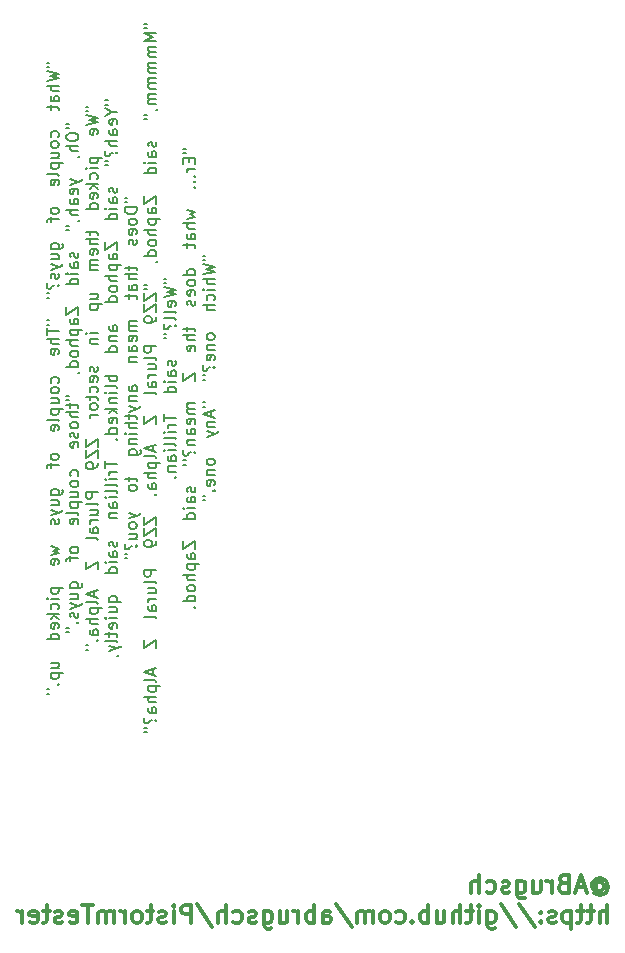
<source format=gbr>
%TF.GenerationSoftware,KiCad,Pcbnew,(5.1.10)-1*%
%TF.CreationDate,2021-08-19T11:13:35+01:00*%
%TF.ProjectId,PistormTester,50697374-6f72-46d5-9465-737465722e6b,rev?*%
%TF.SameCoordinates,Original*%
%TF.FileFunction,Legend,Bot*%
%TF.FilePolarity,Positive*%
%FSLAX46Y46*%
G04 Gerber Fmt 4.6, Leading zero omitted, Abs format (unit mm)*
G04 Created by KiCad (PCBNEW (5.1.10)-1) date 2021-08-19 11:13:35*
%MOMM*%
%LPD*%
G01*
G04 APERTURE LIST*
%ADD10C,0.300000*%
%ADD11C,0.150000*%
G04 APERTURE END LIST*
D10*
X180586485Y-149514485D02*
X180657914Y-149443057D01*
X180800771Y-149371628D01*
X180943628Y-149371628D01*
X181086485Y-149443057D01*
X181157914Y-149514485D01*
X181229342Y-149657342D01*
X181229342Y-149800200D01*
X181157914Y-149943057D01*
X181086485Y-150014485D01*
X180943628Y-150085914D01*
X180800771Y-150085914D01*
X180657914Y-150014485D01*
X180586485Y-149943057D01*
X180586485Y-149371628D02*
X180586485Y-149943057D01*
X180515057Y-150014485D01*
X180443628Y-150014485D01*
X180300771Y-149943057D01*
X180229342Y-149800200D01*
X180229342Y-149443057D01*
X180372200Y-149228771D01*
X180586485Y-149085914D01*
X180872200Y-149014485D01*
X181157914Y-149085914D01*
X181372200Y-149228771D01*
X181515057Y-149443057D01*
X181586485Y-149728771D01*
X181515057Y-150014485D01*
X181372200Y-150228771D01*
X181157914Y-150371628D01*
X180872200Y-150443057D01*
X180586485Y-150371628D01*
X180372200Y-150228771D01*
X179657914Y-149800200D02*
X178943628Y-149800200D01*
X179800771Y-150228771D02*
X179300771Y-148728771D01*
X178800771Y-150228771D01*
X177800771Y-149443057D02*
X177586485Y-149514485D01*
X177515057Y-149585914D01*
X177443628Y-149728771D01*
X177443628Y-149943057D01*
X177515057Y-150085914D01*
X177586485Y-150157342D01*
X177729342Y-150228771D01*
X178300771Y-150228771D01*
X178300771Y-148728771D01*
X177800771Y-148728771D01*
X177657914Y-148800200D01*
X177586485Y-148871628D01*
X177515057Y-149014485D01*
X177515057Y-149157342D01*
X177586485Y-149300200D01*
X177657914Y-149371628D01*
X177800771Y-149443057D01*
X178300771Y-149443057D01*
X176800771Y-150228771D02*
X176800771Y-149228771D01*
X176800771Y-149514485D02*
X176729342Y-149371628D01*
X176657914Y-149300200D01*
X176515057Y-149228771D01*
X176372200Y-149228771D01*
X175229342Y-149228771D02*
X175229342Y-150228771D01*
X175872200Y-149228771D02*
X175872200Y-150014485D01*
X175800771Y-150157342D01*
X175657914Y-150228771D01*
X175443628Y-150228771D01*
X175300771Y-150157342D01*
X175229342Y-150085914D01*
X173872200Y-149228771D02*
X173872200Y-150443057D01*
X173943628Y-150585914D01*
X174015057Y-150657342D01*
X174157914Y-150728771D01*
X174372200Y-150728771D01*
X174515057Y-150657342D01*
X173872200Y-150157342D02*
X174015057Y-150228771D01*
X174300771Y-150228771D01*
X174443628Y-150157342D01*
X174515057Y-150085914D01*
X174586485Y-149943057D01*
X174586485Y-149514485D01*
X174515057Y-149371628D01*
X174443628Y-149300200D01*
X174300771Y-149228771D01*
X174015057Y-149228771D01*
X173872200Y-149300200D01*
X173229342Y-150157342D02*
X173086485Y-150228771D01*
X172800771Y-150228771D01*
X172657914Y-150157342D01*
X172586485Y-150014485D01*
X172586485Y-149943057D01*
X172657914Y-149800200D01*
X172800771Y-149728771D01*
X173015057Y-149728771D01*
X173157914Y-149657342D01*
X173229342Y-149514485D01*
X173229342Y-149443057D01*
X173157914Y-149300200D01*
X173015057Y-149228771D01*
X172800771Y-149228771D01*
X172657914Y-149300200D01*
X171300771Y-150157342D02*
X171443628Y-150228771D01*
X171729342Y-150228771D01*
X171872200Y-150157342D01*
X171943628Y-150085914D01*
X172015057Y-149943057D01*
X172015057Y-149514485D01*
X171943628Y-149371628D01*
X171872200Y-149300200D01*
X171729342Y-149228771D01*
X171443628Y-149228771D01*
X171300771Y-149300200D01*
X170657914Y-150228771D02*
X170657914Y-148728771D01*
X170015057Y-150228771D02*
X170015057Y-149443057D01*
X170086485Y-149300200D01*
X170229342Y-149228771D01*
X170443628Y-149228771D01*
X170586485Y-149300200D01*
X170657914Y-149371628D01*
X181515057Y-152778771D02*
X181515057Y-151278771D01*
X180872200Y-152778771D02*
X180872200Y-151993057D01*
X180943628Y-151850200D01*
X181086485Y-151778771D01*
X181300771Y-151778771D01*
X181443628Y-151850200D01*
X181515057Y-151921628D01*
X180372200Y-151778771D02*
X179800771Y-151778771D01*
X180157914Y-151278771D02*
X180157914Y-152564485D01*
X180086485Y-152707342D01*
X179943628Y-152778771D01*
X179800771Y-152778771D01*
X179515057Y-151778771D02*
X178943628Y-151778771D01*
X179300771Y-151278771D02*
X179300771Y-152564485D01*
X179229342Y-152707342D01*
X179086485Y-152778771D01*
X178943628Y-152778771D01*
X178443628Y-151778771D02*
X178443628Y-153278771D01*
X178443628Y-151850200D02*
X178300771Y-151778771D01*
X178015057Y-151778771D01*
X177872200Y-151850200D01*
X177800771Y-151921628D01*
X177729342Y-152064485D01*
X177729342Y-152493057D01*
X177800771Y-152635914D01*
X177872200Y-152707342D01*
X178015057Y-152778771D01*
X178300771Y-152778771D01*
X178443628Y-152707342D01*
X177157914Y-152707342D02*
X177015057Y-152778771D01*
X176729342Y-152778771D01*
X176586485Y-152707342D01*
X176515057Y-152564485D01*
X176515057Y-152493057D01*
X176586485Y-152350200D01*
X176729342Y-152278771D01*
X176943628Y-152278771D01*
X177086485Y-152207342D01*
X177157914Y-152064485D01*
X177157914Y-151993057D01*
X177086485Y-151850200D01*
X176943628Y-151778771D01*
X176729342Y-151778771D01*
X176586485Y-151850200D01*
X175872200Y-152635914D02*
X175800771Y-152707342D01*
X175872200Y-152778771D01*
X175943628Y-152707342D01*
X175872200Y-152635914D01*
X175872200Y-152778771D01*
X175872200Y-151850200D02*
X175800771Y-151921628D01*
X175872200Y-151993057D01*
X175943628Y-151921628D01*
X175872200Y-151850200D01*
X175872200Y-151993057D01*
X174086485Y-151207342D02*
X175372200Y-153135914D01*
X172515057Y-151207342D02*
X173800771Y-153135914D01*
X171372200Y-151778771D02*
X171372200Y-152993057D01*
X171443628Y-153135914D01*
X171515057Y-153207342D01*
X171657914Y-153278771D01*
X171872200Y-153278771D01*
X172015057Y-153207342D01*
X171372200Y-152707342D02*
X171515057Y-152778771D01*
X171800771Y-152778771D01*
X171943628Y-152707342D01*
X172015057Y-152635914D01*
X172086485Y-152493057D01*
X172086485Y-152064485D01*
X172015057Y-151921628D01*
X171943628Y-151850200D01*
X171800771Y-151778771D01*
X171515057Y-151778771D01*
X171372200Y-151850200D01*
X170657914Y-152778771D02*
X170657914Y-151778771D01*
X170657914Y-151278771D02*
X170729342Y-151350200D01*
X170657914Y-151421628D01*
X170586485Y-151350200D01*
X170657914Y-151278771D01*
X170657914Y-151421628D01*
X170157914Y-151778771D02*
X169586485Y-151778771D01*
X169943628Y-151278771D02*
X169943628Y-152564485D01*
X169872200Y-152707342D01*
X169729342Y-152778771D01*
X169586485Y-152778771D01*
X169086485Y-152778771D02*
X169086485Y-151278771D01*
X168443628Y-152778771D02*
X168443628Y-151993057D01*
X168515057Y-151850200D01*
X168657914Y-151778771D01*
X168872200Y-151778771D01*
X169015057Y-151850200D01*
X169086485Y-151921628D01*
X167086485Y-151778771D02*
X167086485Y-152778771D01*
X167729342Y-151778771D02*
X167729342Y-152564485D01*
X167657914Y-152707342D01*
X167515057Y-152778771D01*
X167300771Y-152778771D01*
X167157914Y-152707342D01*
X167086485Y-152635914D01*
X166372200Y-152778771D02*
X166372200Y-151278771D01*
X166372200Y-151850200D02*
X166229342Y-151778771D01*
X165943628Y-151778771D01*
X165800771Y-151850200D01*
X165729342Y-151921628D01*
X165657914Y-152064485D01*
X165657914Y-152493057D01*
X165729342Y-152635914D01*
X165800771Y-152707342D01*
X165943628Y-152778771D01*
X166229342Y-152778771D01*
X166372200Y-152707342D01*
X165015057Y-152635914D02*
X164943628Y-152707342D01*
X165015057Y-152778771D01*
X165086485Y-152707342D01*
X165015057Y-152635914D01*
X165015057Y-152778771D01*
X163657914Y-152707342D02*
X163800771Y-152778771D01*
X164086485Y-152778771D01*
X164229342Y-152707342D01*
X164300771Y-152635914D01*
X164372200Y-152493057D01*
X164372200Y-152064485D01*
X164300771Y-151921628D01*
X164229342Y-151850200D01*
X164086485Y-151778771D01*
X163800771Y-151778771D01*
X163657914Y-151850200D01*
X162800771Y-152778771D02*
X162943628Y-152707342D01*
X163015057Y-152635914D01*
X163086485Y-152493057D01*
X163086485Y-152064485D01*
X163015057Y-151921628D01*
X162943628Y-151850200D01*
X162800771Y-151778771D01*
X162586485Y-151778771D01*
X162443628Y-151850200D01*
X162372200Y-151921628D01*
X162300771Y-152064485D01*
X162300771Y-152493057D01*
X162372200Y-152635914D01*
X162443628Y-152707342D01*
X162586485Y-152778771D01*
X162800771Y-152778771D01*
X161657914Y-152778771D02*
X161657914Y-151778771D01*
X161657914Y-151921628D02*
X161586485Y-151850200D01*
X161443628Y-151778771D01*
X161229342Y-151778771D01*
X161086485Y-151850200D01*
X161015057Y-151993057D01*
X161015057Y-152778771D01*
X161015057Y-151993057D02*
X160943628Y-151850200D01*
X160800771Y-151778771D01*
X160586485Y-151778771D01*
X160443628Y-151850200D01*
X160372200Y-151993057D01*
X160372200Y-152778771D01*
X158586485Y-151207342D02*
X159872200Y-153135914D01*
X157443628Y-152778771D02*
X157443628Y-151993057D01*
X157515057Y-151850200D01*
X157657914Y-151778771D01*
X157943628Y-151778771D01*
X158086485Y-151850200D01*
X157443628Y-152707342D02*
X157586485Y-152778771D01*
X157943628Y-152778771D01*
X158086485Y-152707342D01*
X158157914Y-152564485D01*
X158157914Y-152421628D01*
X158086485Y-152278771D01*
X157943628Y-152207342D01*
X157586485Y-152207342D01*
X157443628Y-152135914D01*
X156729342Y-152778771D02*
X156729342Y-151278771D01*
X156729342Y-151850200D02*
X156586485Y-151778771D01*
X156300771Y-151778771D01*
X156157914Y-151850200D01*
X156086485Y-151921628D01*
X156015057Y-152064485D01*
X156015057Y-152493057D01*
X156086485Y-152635914D01*
X156157914Y-152707342D01*
X156300771Y-152778771D01*
X156586485Y-152778771D01*
X156729342Y-152707342D01*
X155372199Y-152778771D02*
X155372199Y-151778771D01*
X155372199Y-152064485D02*
X155300771Y-151921628D01*
X155229342Y-151850200D01*
X155086485Y-151778771D01*
X154943628Y-151778771D01*
X153800771Y-151778771D02*
X153800771Y-152778771D01*
X154443628Y-151778771D02*
X154443628Y-152564485D01*
X154372199Y-152707342D01*
X154229342Y-152778771D01*
X154015057Y-152778771D01*
X153872199Y-152707342D01*
X153800771Y-152635914D01*
X152443628Y-151778771D02*
X152443628Y-152993057D01*
X152515057Y-153135914D01*
X152586485Y-153207342D01*
X152729342Y-153278771D01*
X152943628Y-153278771D01*
X153086485Y-153207342D01*
X152443628Y-152707342D02*
X152586485Y-152778771D01*
X152872199Y-152778771D01*
X153015057Y-152707342D01*
X153086485Y-152635914D01*
X153157914Y-152493057D01*
X153157914Y-152064485D01*
X153086485Y-151921628D01*
X153015057Y-151850200D01*
X152872199Y-151778771D01*
X152586485Y-151778771D01*
X152443628Y-151850200D01*
X151800771Y-152707342D02*
X151657914Y-152778771D01*
X151372199Y-152778771D01*
X151229342Y-152707342D01*
X151157914Y-152564485D01*
X151157914Y-152493057D01*
X151229342Y-152350200D01*
X151372199Y-152278771D01*
X151586485Y-152278771D01*
X151729342Y-152207342D01*
X151800771Y-152064485D01*
X151800771Y-151993057D01*
X151729342Y-151850200D01*
X151586485Y-151778771D01*
X151372199Y-151778771D01*
X151229342Y-151850200D01*
X149872199Y-152707342D02*
X150015057Y-152778771D01*
X150300771Y-152778771D01*
X150443628Y-152707342D01*
X150515057Y-152635914D01*
X150586485Y-152493057D01*
X150586485Y-152064485D01*
X150515057Y-151921628D01*
X150443628Y-151850200D01*
X150300771Y-151778771D01*
X150015057Y-151778771D01*
X149872199Y-151850200D01*
X149229342Y-152778771D02*
X149229342Y-151278771D01*
X148586485Y-152778771D02*
X148586485Y-151993057D01*
X148657914Y-151850200D01*
X148800771Y-151778771D01*
X149015057Y-151778771D01*
X149157914Y-151850200D01*
X149229342Y-151921628D01*
X146800771Y-151207342D02*
X148086485Y-153135914D01*
X146300771Y-152778771D02*
X146300771Y-151278771D01*
X145729342Y-151278771D01*
X145586485Y-151350200D01*
X145515057Y-151421628D01*
X145443628Y-151564485D01*
X145443628Y-151778771D01*
X145515057Y-151921628D01*
X145586485Y-151993057D01*
X145729342Y-152064485D01*
X146300771Y-152064485D01*
X144800771Y-152778771D02*
X144800771Y-151778771D01*
X144800771Y-151278771D02*
X144872199Y-151350200D01*
X144800771Y-151421628D01*
X144729342Y-151350200D01*
X144800771Y-151278771D01*
X144800771Y-151421628D01*
X144157914Y-152707342D02*
X144015057Y-152778771D01*
X143729342Y-152778771D01*
X143586485Y-152707342D01*
X143515057Y-152564485D01*
X143515057Y-152493057D01*
X143586485Y-152350200D01*
X143729342Y-152278771D01*
X143943628Y-152278771D01*
X144086485Y-152207342D01*
X144157914Y-152064485D01*
X144157914Y-151993057D01*
X144086485Y-151850200D01*
X143943628Y-151778771D01*
X143729342Y-151778771D01*
X143586485Y-151850200D01*
X143086485Y-151778771D02*
X142515057Y-151778771D01*
X142872199Y-151278771D02*
X142872199Y-152564485D01*
X142800771Y-152707342D01*
X142657914Y-152778771D01*
X142515057Y-152778771D01*
X141800771Y-152778771D02*
X141943628Y-152707342D01*
X142015057Y-152635914D01*
X142086485Y-152493057D01*
X142086485Y-152064485D01*
X142015057Y-151921628D01*
X141943628Y-151850200D01*
X141800771Y-151778771D01*
X141586485Y-151778771D01*
X141443628Y-151850200D01*
X141372199Y-151921628D01*
X141300771Y-152064485D01*
X141300771Y-152493057D01*
X141372199Y-152635914D01*
X141443628Y-152707342D01*
X141586485Y-152778771D01*
X141800771Y-152778771D01*
X140657914Y-152778771D02*
X140657914Y-151778771D01*
X140657914Y-152064485D02*
X140586485Y-151921628D01*
X140515057Y-151850200D01*
X140372199Y-151778771D01*
X140229342Y-151778771D01*
X139729342Y-152778771D02*
X139729342Y-151778771D01*
X139729342Y-151921628D02*
X139657914Y-151850200D01*
X139515057Y-151778771D01*
X139300771Y-151778771D01*
X139157914Y-151850200D01*
X139086485Y-151993057D01*
X139086485Y-152778771D01*
X139086485Y-151993057D02*
X139015057Y-151850200D01*
X138872199Y-151778771D01*
X138657914Y-151778771D01*
X138515057Y-151850200D01*
X138443628Y-151993057D01*
X138443628Y-152778771D01*
X137943628Y-151278771D02*
X137086485Y-151278771D01*
X137515057Y-152778771D02*
X137515057Y-151278771D01*
X136015057Y-152707342D02*
X136157914Y-152778771D01*
X136443628Y-152778771D01*
X136586485Y-152707342D01*
X136657914Y-152564485D01*
X136657914Y-151993057D01*
X136586485Y-151850200D01*
X136443628Y-151778771D01*
X136157914Y-151778771D01*
X136015057Y-151850200D01*
X135943628Y-151993057D01*
X135943628Y-152135914D01*
X136657914Y-152278771D01*
X135372199Y-152707342D02*
X135229342Y-152778771D01*
X134943628Y-152778771D01*
X134800771Y-152707342D01*
X134729342Y-152564485D01*
X134729342Y-152493057D01*
X134800771Y-152350200D01*
X134943628Y-152278771D01*
X135157914Y-152278771D01*
X135300771Y-152207342D01*
X135372199Y-152064485D01*
X135372199Y-151993057D01*
X135300771Y-151850200D01*
X135157914Y-151778771D01*
X134943628Y-151778771D01*
X134800771Y-151850200D01*
X134300771Y-151778771D02*
X133729342Y-151778771D01*
X134086485Y-151278771D02*
X134086485Y-152564485D01*
X134015057Y-152707342D01*
X133872199Y-152778771D01*
X133729342Y-152778771D01*
X132657914Y-152707342D02*
X132800771Y-152778771D01*
X133086485Y-152778771D01*
X133229342Y-152707342D01*
X133300771Y-152564485D01*
X133300771Y-151993057D01*
X133229342Y-151850200D01*
X133086485Y-151778771D01*
X132800771Y-151778771D01*
X132657914Y-151850200D01*
X132586485Y-151993057D01*
X132586485Y-152135914D01*
X133300771Y-152278771D01*
X131943628Y-152778771D02*
X131943628Y-151778771D01*
X131943628Y-152064485D02*
X131872199Y-151921628D01*
X131800771Y-151850200D01*
X131657914Y-151778771D01*
X131515057Y-151778771D01*
D11*
X134076380Y-79965809D02*
X134266857Y-79965809D01*
X134076380Y-80346761D02*
X134266857Y-80346761D01*
X134076380Y-80680095D02*
X135076380Y-80918190D01*
X134362095Y-81108666D01*
X135076380Y-81299142D01*
X134076380Y-81537238D01*
X135076380Y-81918190D02*
X134076380Y-81918190D01*
X135076380Y-82346761D02*
X134552571Y-82346761D01*
X134457333Y-82299142D01*
X134409714Y-82203904D01*
X134409714Y-82061047D01*
X134457333Y-81965809D01*
X134504952Y-81918190D01*
X135076380Y-83251523D02*
X134552571Y-83251523D01*
X134457333Y-83203904D01*
X134409714Y-83108666D01*
X134409714Y-82918190D01*
X134457333Y-82822952D01*
X135028761Y-83251523D02*
X135076380Y-83156285D01*
X135076380Y-82918190D01*
X135028761Y-82822952D01*
X134933523Y-82775333D01*
X134838285Y-82775333D01*
X134743047Y-82822952D01*
X134695428Y-82918190D01*
X134695428Y-83156285D01*
X134647809Y-83251523D01*
X134409714Y-83584857D02*
X134409714Y-83965809D01*
X134076380Y-83727714D02*
X134933523Y-83727714D01*
X135028761Y-83775333D01*
X135076380Y-83870571D01*
X135076380Y-83965809D01*
X135028761Y-86251523D02*
X135076380Y-86156285D01*
X135076380Y-85965809D01*
X135028761Y-85870571D01*
X134981142Y-85822952D01*
X134885904Y-85775333D01*
X134600190Y-85775333D01*
X134504952Y-85822952D01*
X134457333Y-85870571D01*
X134409714Y-85965809D01*
X134409714Y-86156285D01*
X134457333Y-86251523D01*
X135076380Y-86822952D02*
X135028761Y-86727714D01*
X134981142Y-86680095D01*
X134885904Y-86632476D01*
X134600190Y-86632476D01*
X134504952Y-86680095D01*
X134457333Y-86727714D01*
X134409714Y-86822952D01*
X134409714Y-86965809D01*
X134457333Y-87061047D01*
X134504952Y-87108666D01*
X134600190Y-87156285D01*
X134885904Y-87156285D01*
X134981142Y-87108666D01*
X135028761Y-87061047D01*
X135076380Y-86965809D01*
X135076380Y-86822952D01*
X134409714Y-88013428D02*
X135076380Y-88013428D01*
X134409714Y-87584857D02*
X134933523Y-87584857D01*
X135028761Y-87632476D01*
X135076380Y-87727714D01*
X135076380Y-87870571D01*
X135028761Y-87965809D01*
X134981142Y-88013428D01*
X134409714Y-88489619D02*
X135409714Y-88489619D01*
X134457333Y-88489619D02*
X134409714Y-88584857D01*
X134409714Y-88775333D01*
X134457333Y-88870571D01*
X134504952Y-88918190D01*
X134600190Y-88965809D01*
X134885904Y-88965809D01*
X134981142Y-88918190D01*
X135028761Y-88870571D01*
X135076380Y-88775333D01*
X135076380Y-88584857D01*
X135028761Y-88489619D01*
X135076380Y-89537238D02*
X135028761Y-89442000D01*
X134933523Y-89394380D01*
X134076380Y-89394380D01*
X135028761Y-90299142D02*
X135076380Y-90203904D01*
X135076380Y-90013428D01*
X135028761Y-89918190D01*
X134933523Y-89870571D01*
X134552571Y-89870571D01*
X134457333Y-89918190D01*
X134409714Y-90013428D01*
X134409714Y-90203904D01*
X134457333Y-90299142D01*
X134552571Y-90346761D01*
X134647809Y-90346761D01*
X134743047Y-89870571D01*
X135076380Y-92442000D02*
X135028761Y-92346761D01*
X134981142Y-92299142D01*
X134885904Y-92251523D01*
X134600190Y-92251523D01*
X134504952Y-92299142D01*
X134457333Y-92346761D01*
X134409714Y-92442000D01*
X134409714Y-92584857D01*
X134457333Y-92680095D01*
X134504952Y-92727714D01*
X134600190Y-92775333D01*
X134885904Y-92775333D01*
X134981142Y-92727714D01*
X135028761Y-92680095D01*
X135076380Y-92584857D01*
X135076380Y-92442000D01*
X134409714Y-93061047D02*
X134409714Y-93442000D01*
X135076380Y-93203904D02*
X134219238Y-93203904D01*
X134124000Y-93251523D01*
X134076380Y-93346761D01*
X134076380Y-93442000D01*
X134409714Y-95727714D02*
X135219238Y-95727714D01*
X135314476Y-95680095D01*
X135362095Y-95632476D01*
X135409714Y-95537238D01*
X135409714Y-95394380D01*
X135362095Y-95299142D01*
X135028761Y-95727714D02*
X135076380Y-95632476D01*
X135076380Y-95442000D01*
X135028761Y-95346761D01*
X134981142Y-95299142D01*
X134885904Y-95251523D01*
X134600190Y-95251523D01*
X134504952Y-95299142D01*
X134457333Y-95346761D01*
X134409714Y-95442000D01*
X134409714Y-95632476D01*
X134457333Y-95727714D01*
X134409714Y-96632476D02*
X135076380Y-96632476D01*
X134409714Y-96203904D02*
X134933523Y-96203904D01*
X135028761Y-96251523D01*
X135076380Y-96346761D01*
X135076380Y-96489619D01*
X135028761Y-96584857D01*
X134981142Y-96632476D01*
X134409714Y-97013428D02*
X135076380Y-97251523D01*
X134409714Y-97489619D02*
X135076380Y-97251523D01*
X135314476Y-97156285D01*
X135362095Y-97108666D01*
X135409714Y-97013428D01*
X135028761Y-97822952D02*
X135076380Y-97918190D01*
X135076380Y-98108666D01*
X135028761Y-98203904D01*
X134933523Y-98251523D01*
X134885904Y-98251523D01*
X134790666Y-98203904D01*
X134743047Y-98108666D01*
X134743047Y-97965809D01*
X134695428Y-97870571D01*
X134600190Y-97822952D01*
X134552571Y-97822952D01*
X134457333Y-97870571D01*
X134409714Y-97965809D01*
X134409714Y-98108666D01*
X134457333Y-98203904D01*
X134981142Y-98822952D02*
X135028761Y-98870571D01*
X135076380Y-98822952D01*
X135028761Y-98775333D01*
X134981142Y-98822952D01*
X135076380Y-98822952D01*
X134124000Y-98632476D02*
X134076380Y-98727714D01*
X134076380Y-98965809D01*
X134124000Y-99061047D01*
X134219238Y-99108666D01*
X134314476Y-99108666D01*
X134409714Y-99061047D01*
X134457333Y-99013428D01*
X134504952Y-98918190D01*
X134552571Y-98870571D01*
X134647809Y-98822952D01*
X134695428Y-98822952D01*
X134076380Y-99489619D02*
X134266857Y-99489619D01*
X134076380Y-99870571D02*
X134266857Y-99870571D01*
X134076380Y-101775333D02*
X134266857Y-101775333D01*
X134076380Y-102156285D02*
X134266857Y-102156285D01*
X134076380Y-102442000D02*
X134076380Y-103013428D01*
X135076380Y-102727714D02*
X134076380Y-102727714D01*
X135076380Y-103346761D02*
X134076380Y-103346761D01*
X135076380Y-103775333D02*
X134552571Y-103775333D01*
X134457333Y-103727714D01*
X134409714Y-103632476D01*
X134409714Y-103489619D01*
X134457333Y-103394380D01*
X134504952Y-103346761D01*
X135028761Y-104632476D02*
X135076380Y-104537238D01*
X135076380Y-104346761D01*
X135028761Y-104251523D01*
X134933523Y-104203904D01*
X134552571Y-104203904D01*
X134457333Y-104251523D01*
X134409714Y-104346761D01*
X134409714Y-104537238D01*
X134457333Y-104632476D01*
X134552571Y-104680095D01*
X134647809Y-104680095D01*
X134743047Y-104203904D01*
X135028761Y-107061047D02*
X135076380Y-106965809D01*
X135076380Y-106775333D01*
X135028761Y-106680095D01*
X134981142Y-106632476D01*
X134885904Y-106584857D01*
X134600190Y-106584857D01*
X134504952Y-106632476D01*
X134457333Y-106680095D01*
X134409714Y-106775333D01*
X134409714Y-106965809D01*
X134457333Y-107061047D01*
X135076380Y-107632476D02*
X135028761Y-107537238D01*
X134981142Y-107489619D01*
X134885904Y-107442000D01*
X134600190Y-107442000D01*
X134504952Y-107489619D01*
X134457333Y-107537238D01*
X134409714Y-107632476D01*
X134409714Y-107775333D01*
X134457333Y-107870571D01*
X134504952Y-107918190D01*
X134600190Y-107965809D01*
X134885904Y-107965809D01*
X134981142Y-107918190D01*
X135028761Y-107870571D01*
X135076380Y-107775333D01*
X135076380Y-107632476D01*
X134409714Y-108822952D02*
X135076380Y-108822952D01*
X134409714Y-108394380D02*
X134933523Y-108394380D01*
X135028761Y-108442000D01*
X135076380Y-108537238D01*
X135076380Y-108680095D01*
X135028761Y-108775333D01*
X134981142Y-108822952D01*
X134409714Y-109299142D02*
X135409714Y-109299142D01*
X134457333Y-109299142D02*
X134409714Y-109394380D01*
X134409714Y-109584857D01*
X134457333Y-109680095D01*
X134504952Y-109727714D01*
X134600190Y-109775333D01*
X134885904Y-109775333D01*
X134981142Y-109727714D01*
X135028761Y-109680095D01*
X135076380Y-109584857D01*
X135076380Y-109394380D01*
X135028761Y-109299142D01*
X135076380Y-110346761D02*
X135028761Y-110251523D01*
X134933523Y-110203904D01*
X134076380Y-110203904D01*
X135028761Y-111108666D02*
X135076380Y-111013428D01*
X135076380Y-110822952D01*
X135028761Y-110727714D01*
X134933523Y-110680095D01*
X134552571Y-110680095D01*
X134457333Y-110727714D01*
X134409714Y-110822952D01*
X134409714Y-111013428D01*
X134457333Y-111108666D01*
X134552571Y-111156285D01*
X134647809Y-111156285D01*
X134743047Y-110680095D01*
X135076380Y-113251523D02*
X135028761Y-113156285D01*
X134981142Y-113108666D01*
X134885904Y-113061047D01*
X134600190Y-113061047D01*
X134504952Y-113108666D01*
X134457333Y-113156285D01*
X134409714Y-113251523D01*
X134409714Y-113394380D01*
X134457333Y-113489619D01*
X134504952Y-113537238D01*
X134600190Y-113584857D01*
X134885904Y-113584857D01*
X134981142Y-113537238D01*
X135028761Y-113489619D01*
X135076380Y-113394380D01*
X135076380Y-113251523D01*
X134409714Y-113870571D02*
X134409714Y-114251523D01*
X135076380Y-114013428D02*
X134219238Y-114013428D01*
X134124000Y-114061047D01*
X134076380Y-114156285D01*
X134076380Y-114251523D01*
X134409714Y-116537238D02*
X135219238Y-116537238D01*
X135314476Y-116489619D01*
X135362095Y-116441999D01*
X135409714Y-116346761D01*
X135409714Y-116203904D01*
X135362095Y-116108666D01*
X135028761Y-116537238D02*
X135076380Y-116441999D01*
X135076380Y-116251523D01*
X135028761Y-116156285D01*
X134981142Y-116108666D01*
X134885904Y-116061047D01*
X134600190Y-116061047D01*
X134504952Y-116108666D01*
X134457333Y-116156285D01*
X134409714Y-116251523D01*
X134409714Y-116441999D01*
X134457333Y-116537238D01*
X134409714Y-117441999D02*
X135076380Y-117441999D01*
X134409714Y-117013428D02*
X134933523Y-117013428D01*
X135028761Y-117061047D01*
X135076380Y-117156285D01*
X135076380Y-117299142D01*
X135028761Y-117394380D01*
X134981142Y-117441999D01*
X134409714Y-117822952D02*
X135076380Y-118061047D01*
X134409714Y-118299142D02*
X135076380Y-118061047D01*
X135314476Y-117965809D01*
X135362095Y-117918190D01*
X135409714Y-117822952D01*
X135028761Y-118632476D02*
X135076380Y-118727714D01*
X135076380Y-118918190D01*
X135028761Y-119013428D01*
X134933523Y-119061047D01*
X134885904Y-119061047D01*
X134790666Y-119013428D01*
X134743047Y-118918190D01*
X134743047Y-118775333D01*
X134695428Y-118680095D01*
X134600190Y-118632476D01*
X134552571Y-118632476D01*
X134457333Y-118680095D01*
X134409714Y-118775333D01*
X134409714Y-118918190D01*
X134457333Y-119013428D01*
X134409714Y-120918190D02*
X135076380Y-121108666D01*
X134600190Y-121299142D01*
X135076380Y-121489619D01*
X134409714Y-121680095D01*
X135028761Y-122441999D02*
X135076380Y-122346761D01*
X135076380Y-122156285D01*
X135028761Y-122061047D01*
X134933523Y-122013428D01*
X134552571Y-122013428D01*
X134457333Y-122061047D01*
X134409714Y-122156285D01*
X134409714Y-122346761D01*
X134457333Y-122441999D01*
X134552571Y-122489619D01*
X134647809Y-122489619D01*
X134743047Y-122013428D01*
X134409714Y-124441999D02*
X135409714Y-124441999D01*
X134457333Y-124441999D02*
X134409714Y-124537238D01*
X134409714Y-124727714D01*
X134457333Y-124822952D01*
X134504952Y-124870571D01*
X134600190Y-124918190D01*
X134885904Y-124918190D01*
X134981142Y-124870571D01*
X135028761Y-124822952D01*
X135076380Y-124727714D01*
X135076380Y-124537238D01*
X135028761Y-124441999D01*
X135076380Y-125346761D02*
X134409714Y-125346761D01*
X134076380Y-125346761D02*
X134124000Y-125299142D01*
X134171619Y-125346761D01*
X134124000Y-125394380D01*
X134076380Y-125346761D01*
X134171619Y-125346761D01*
X135028761Y-126251523D02*
X135076380Y-126156285D01*
X135076380Y-125965809D01*
X135028761Y-125870571D01*
X134981142Y-125822952D01*
X134885904Y-125775333D01*
X134600190Y-125775333D01*
X134504952Y-125822952D01*
X134457333Y-125870571D01*
X134409714Y-125965809D01*
X134409714Y-126156285D01*
X134457333Y-126251523D01*
X135076380Y-126680095D02*
X134076380Y-126680095D01*
X134695428Y-126775333D02*
X135076380Y-127061047D01*
X134409714Y-127061047D02*
X134790666Y-126680095D01*
X135028761Y-127870571D02*
X135076380Y-127775333D01*
X135076380Y-127584857D01*
X135028761Y-127489619D01*
X134933523Y-127441999D01*
X134552571Y-127441999D01*
X134457333Y-127489619D01*
X134409714Y-127584857D01*
X134409714Y-127775333D01*
X134457333Y-127870571D01*
X134552571Y-127918190D01*
X134647809Y-127918190D01*
X134743047Y-127441999D01*
X135076380Y-128775333D02*
X134076380Y-128775333D01*
X135028761Y-128775333D02*
X135076380Y-128680095D01*
X135076380Y-128489619D01*
X135028761Y-128394380D01*
X134981142Y-128346761D01*
X134885904Y-128299142D01*
X134600190Y-128299142D01*
X134504952Y-128346761D01*
X134457333Y-128394380D01*
X134409714Y-128489619D01*
X134409714Y-128680095D01*
X134457333Y-128775333D01*
X134409714Y-131203904D02*
X135076380Y-131203904D01*
X134409714Y-130775333D02*
X134933523Y-130775333D01*
X135028761Y-130822952D01*
X135076380Y-130918190D01*
X135076380Y-131061047D01*
X135028761Y-131156285D01*
X134981142Y-131203904D01*
X134409714Y-131680095D02*
X135409714Y-131680095D01*
X134457333Y-131680095D02*
X134409714Y-131775333D01*
X134409714Y-131965809D01*
X134457333Y-132061047D01*
X134504952Y-132108666D01*
X134600190Y-132156285D01*
X134885904Y-132156285D01*
X134981142Y-132108666D01*
X135028761Y-132061047D01*
X135076380Y-131965809D01*
X135076380Y-131775333D01*
X135028761Y-131680095D01*
X134981142Y-132584857D02*
X135028761Y-132632476D01*
X135076380Y-132584857D01*
X135028761Y-132537238D01*
X134981142Y-132584857D01*
X135076380Y-132584857D01*
X134076380Y-133013428D02*
X134266857Y-133013428D01*
X134076380Y-133394380D02*
X134266857Y-133394380D01*
X135726380Y-85156285D02*
X135916857Y-85156285D01*
X135726380Y-85537238D02*
X135916857Y-85537238D01*
X135726380Y-86156285D02*
X135726380Y-86346761D01*
X135774000Y-86442000D01*
X135869238Y-86537238D01*
X136059714Y-86584857D01*
X136393047Y-86584857D01*
X136583523Y-86537238D01*
X136678761Y-86442000D01*
X136726380Y-86346761D01*
X136726380Y-86156285D01*
X136678761Y-86061047D01*
X136583523Y-85965809D01*
X136393047Y-85918190D01*
X136059714Y-85918190D01*
X135869238Y-85965809D01*
X135774000Y-86061047D01*
X135726380Y-86156285D01*
X136726380Y-87013428D02*
X135726380Y-87013428D01*
X136726380Y-87442000D02*
X136202571Y-87442000D01*
X136107333Y-87394380D01*
X136059714Y-87299142D01*
X136059714Y-87156285D01*
X136107333Y-87061047D01*
X136154952Y-87013428D01*
X136678761Y-87965809D02*
X136726380Y-87965809D01*
X136821619Y-87918190D01*
X136869238Y-87870571D01*
X136059714Y-89822952D02*
X136726380Y-90061047D01*
X136059714Y-90299142D02*
X136726380Y-90061047D01*
X136964476Y-89965809D01*
X137012095Y-89918190D01*
X137059714Y-89822952D01*
X136678761Y-91061047D02*
X136726380Y-90965809D01*
X136726380Y-90775333D01*
X136678761Y-90680095D01*
X136583523Y-90632476D01*
X136202571Y-90632476D01*
X136107333Y-90680095D01*
X136059714Y-90775333D01*
X136059714Y-90965809D01*
X136107333Y-91061047D01*
X136202571Y-91108666D01*
X136297809Y-91108666D01*
X136393047Y-90632476D01*
X136726380Y-91965809D02*
X136202571Y-91965809D01*
X136107333Y-91918190D01*
X136059714Y-91822952D01*
X136059714Y-91632476D01*
X136107333Y-91537238D01*
X136678761Y-91965809D02*
X136726380Y-91870571D01*
X136726380Y-91632476D01*
X136678761Y-91537238D01*
X136583523Y-91489619D01*
X136488285Y-91489619D01*
X136393047Y-91537238D01*
X136345428Y-91632476D01*
X136345428Y-91870571D01*
X136297809Y-91965809D01*
X136726380Y-92442000D02*
X135726380Y-92442000D01*
X136726380Y-92870571D02*
X136202571Y-92870571D01*
X136107333Y-92822952D01*
X136059714Y-92727714D01*
X136059714Y-92584857D01*
X136107333Y-92489619D01*
X136154952Y-92442000D01*
X136678761Y-93394380D02*
X136726380Y-93394380D01*
X136821619Y-93346761D01*
X136869238Y-93299142D01*
X135726380Y-93775333D02*
X135916857Y-93775333D01*
X135726380Y-94156285D02*
X135916857Y-94156285D01*
X136678761Y-96061047D02*
X136726380Y-96156285D01*
X136726380Y-96346761D01*
X136678761Y-96442000D01*
X136583523Y-96489619D01*
X136535904Y-96489619D01*
X136440666Y-96442000D01*
X136393047Y-96346761D01*
X136393047Y-96203904D01*
X136345428Y-96108666D01*
X136250190Y-96061047D01*
X136202571Y-96061047D01*
X136107333Y-96108666D01*
X136059714Y-96203904D01*
X136059714Y-96346761D01*
X136107333Y-96442000D01*
X136726380Y-97346761D02*
X136202571Y-97346761D01*
X136107333Y-97299142D01*
X136059714Y-97203904D01*
X136059714Y-97013428D01*
X136107333Y-96918190D01*
X136678761Y-97346761D02*
X136726380Y-97251523D01*
X136726380Y-97013428D01*
X136678761Y-96918190D01*
X136583523Y-96870571D01*
X136488285Y-96870571D01*
X136393047Y-96918190D01*
X136345428Y-97013428D01*
X136345428Y-97251523D01*
X136297809Y-97346761D01*
X136726380Y-97822952D02*
X136059714Y-97822952D01*
X135726380Y-97822952D02*
X135774000Y-97775333D01*
X135821619Y-97822952D01*
X135774000Y-97870571D01*
X135726380Y-97822952D01*
X135821619Y-97822952D01*
X136726380Y-98727714D02*
X135726380Y-98727714D01*
X136678761Y-98727714D02*
X136726380Y-98632476D01*
X136726380Y-98442000D01*
X136678761Y-98346761D01*
X136631142Y-98299142D01*
X136535904Y-98251523D01*
X136250190Y-98251523D01*
X136154952Y-98299142D01*
X136107333Y-98346761D01*
X136059714Y-98442000D01*
X136059714Y-98632476D01*
X136107333Y-98727714D01*
X135726380Y-100632476D02*
X135726380Y-101299142D01*
X136726380Y-100632476D01*
X136726380Y-101299142D01*
X136726380Y-102108666D02*
X136202571Y-102108666D01*
X136107333Y-102061047D01*
X136059714Y-101965809D01*
X136059714Y-101775333D01*
X136107333Y-101680095D01*
X136678761Y-102108666D02*
X136726380Y-102013428D01*
X136726380Y-101775333D01*
X136678761Y-101680095D01*
X136583523Y-101632476D01*
X136488285Y-101632476D01*
X136393047Y-101680095D01*
X136345428Y-101775333D01*
X136345428Y-102013428D01*
X136297809Y-102108666D01*
X136059714Y-102584857D02*
X137059714Y-102584857D01*
X136107333Y-102584857D02*
X136059714Y-102680095D01*
X136059714Y-102870571D01*
X136107333Y-102965809D01*
X136154952Y-103013428D01*
X136250190Y-103061047D01*
X136535904Y-103061047D01*
X136631142Y-103013428D01*
X136678761Y-102965809D01*
X136726380Y-102870571D01*
X136726380Y-102680095D01*
X136678761Y-102584857D01*
X136726380Y-103489619D02*
X135726380Y-103489619D01*
X136726380Y-103918190D02*
X136202571Y-103918190D01*
X136107333Y-103870571D01*
X136059714Y-103775333D01*
X136059714Y-103632476D01*
X136107333Y-103537238D01*
X136154952Y-103489619D01*
X136726380Y-104537238D02*
X136678761Y-104442000D01*
X136631142Y-104394380D01*
X136535904Y-104346761D01*
X136250190Y-104346761D01*
X136154952Y-104394380D01*
X136107333Y-104442000D01*
X136059714Y-104537238D01*
X136059714Y-104680095D01*
X136107333Y-104775333D01*
X136154952Y-104822952D01*
X136250190Y-104870571D01*
X136535904Y-104870571D01*
X136631142Y-104822952D01*
X136678761Y-104775333D01*
X136726380Y-104680095D01*
X136726380Y-104537238D01*
X136726380Y-105727714D02*
X135726380Y-105727714D01*
X136678761Y-105727714D02*
X136726380Y-105632476D01*
X136726380Y-105442000D01*
X136678761Y-105346761D01*
X136631142Y-105299142D01*
X136535904Y-105251523D01*
X136250190Y-105251523D01*
X136154952Y-105299142D01*
X136107333Y-105346761D01*
X136059714Y-105442000D01*
X136059714Y-105632476D01*
X136107333Y-105727714D01*
X136678761Y-106251523D02*
X136726380Y-106251523D01*
X136821619Y-106203904D01*
X136869238Y-106156285D01*
X135726380Y-108156285D02*
X135916857Y-108156285D01*
X135726380Y-108537238D02*
X135916857Y-108537238D01*
X136059714Y-108822952D02*
X136059714Y-109203904D01*
X135726380Y-108965809D02*
X136583523Y-108965809D01*
X136678761Y-109013428D01*
X136726380Y-109108666D01*
X136726380Y-109203904D01*
X136726380Y-109537238D02*
X135726380Y-109537238D01*
X136726380Y-109965809D02*
X136202571Y-109965809D01*
X136107333Y-109918190D01*
X136059714Y-109822952D01*
X136059714Y-109680095D01*
X136107333Y-109584857D01*
X136154952Y-109537238D01*
X136726380Y-110584857D02*
X136678761Y-110489619D01*
X136631142Y-110441999D01*
X136535904Y-110394380D01*
X136250190Y-110394380D01*
X136154952Y-110441999D01*
X136107333Y-110489619D01*
X136059714Y-110584857D01*
X136059714Y-110727714D01*
X136107333Y-110822952D01*
X136154952Y-110870571D01*
X136250190Y-110918190D01*
X136535904Y-110918190D01*
X136631142Y-110870571D01*
X136678761Y-110822952D01*
X136726380Y-110727714D01*
X136726380Y-110584857D01*
X136678761Y-111299142D02*
X136726380Y-111394380D01*
X136726380Y-111584857D01*
X136678761Y-111680095D01*
X136583523Y-111727714D01*
X136535904Y-111727714D01*
X136440666Y-111680095D01*
X136393047Y-111584857D01*
X136393047Y-111441999D01*
X136345428Y-111346761D01*
X136250190Y-111299142D01*
X136202571Y-111299142D01*
X136107333Y-111346761D01*
X136059714Y-111441999D01*
X136059714Y-111584857D01*
X136107333Y-111680095D01*
X136678761Y-112537238D02*
X136726380Y-112441999D01*
X136726380Y-112251523D01*
X136678761Y-112156285D01*
X136583523Y-112108666D01*
X136202571Y-112108666D01*
X136107333Y-112156285D01*
X136059714Y-112251523D01*
X136059714Y-112441999D01*
X136107333Y-112537238D01*
X136202571Y-112584857D01*
X136297809Y-112584857D01*
X136393047Y-112108666D01*
X136678761Y-114965809D02*
X136726380Y-114870571D01*
X136726380Y-114680095D01*
X136678761Y-114584857D01*
X136631142Y-114537238D01*
X136535904Y-114489619D01*
X136250190Y-114489619D01*
X136154952Y-114537238D01*
X136107333Y-114584857D01*
X136059714Y-114680095D01*
X136059714Y-114870571D01*
X136107333Y-114965809D01*
X136726380Y-115537238D02*
X136678761Y-115441999D01*
X136631142Y-115394380D01*
X136535904Y-115346761D01*
X136250190Y-115346761D01*
X136154952Y-115394380D01*
X136107333Y-115441999D01*
X136059714Y-115537238D01*
X136059714Y-115680095D01*
X136107333Y-115775333D01*
X136154952Y-115822952D01*
X136250190Y-115870571D01*
X136535904Y-115870571D01*
X136631142Y-115822952D01*
X136678761Y-115775333D01*
X136726380Y-115680095D01*
X136726380Y-115537238D01*
X136059714Y-116727714D02*
X136726380Y-116727714D01*
X136059714Y-116299142D02*
X136583523Y-116299142D01*
X136678761Y-116346761D01*
X136726380Y-116441999D01*
X136726380Y-116584857D01*
X136678761Y-116680095D01*
X136631142Y-116727714D01*
X136059714Y-117203904D02*
X137059714Y-117203904D01*
X136107333Y-117203904D02*
X136059714Y-117299142D01*
X136059714Y-117489619D01*
X136107333Y-117584857D01*
X136154952Y-117632476D01*
X136250190Y-117680095D01*
X136535904Y-117680095D01*
X136631142Y-117632476D01*
X136678761Y-117584857D01*
X136726380Y-117489619D01*
X136726380Y-117299142D01*
X136678761Y-117203904D01*
X136726380Y-118251523D02*
X136678761Y-118156285D01*
X136583523Y-118108666D01*
X135726380Y-118108666D01*
X136678761Y-119013428D02*
X136726380Y-118918190D01*
X136726380Y-118727714D01*
X136678761Y-118632476D01*
X136583523Y-118584857D01*
X136202571Y-118584857D01*
X136107333Y-118632476D01*
X136059714Y-118727714D01*
X136059714Y-118918190D01*
X136107333Y-119013428D01*
X136202571Y-119061047D01*
X136297809Y-119061047D01*
X136393047Y-118584857D01*
X136726380Y-121156285D02*
X136678761Y-121061047D01*
X136631142Y-121013428D01*
X136535904Y-120965809D01*
X136250190Y-120965809D01*
X136154952Y-121013428D01*
X136107333Y-121061047D01*
X136059714Y-121156285D01*
X136059714Y-121299142D01*
X136107333Y-121394380D01*
X136154952Y-121441999D01*
X136250190Y-121489619D01*
X136535904Y-121489619D01*
X136631142Y-121441999D01*
X136678761Y-121394380D01*
X136726380Y-121299142D01*
X136726380Y-121156285D01*
X136059714Y-121775333D02*
X136059714Y-122156285D01*
X136726380Y-121918190D02*
X135869238Y-121918190D01*
X135774000Y-121965809D01*
X135726380Y-122061047D01*
X135726380Y-122156285D01*
X136059714Y-124441999D02*
X136869238Y-124441999D01*
X136964476Y-124394380D01*
X137012095Y-124346761D01*
X137059714Y-124251523D01*
X137059714Y-124108666D01*
X137012095Y-124013428D01*
X136678761Y-124441999D02*
X136726380Y-124346761D01*
X136726380Y-124156285D01*
X136678761Y-124061047D01*
X136631142Y-124013428D01*
X136535904Y-123965809D01*
X136250190Y-123965809D01*
X136154952Y-124013428D01*
X136107333Y-124061047D01*
X136059714Y-124156285D01*
X136059714Y-124346761D01*
X136107333Y-124441999D01*
X136059714Y-125346761D02*
X136726380Y-125346761D01*
X136059714Y-124918190D02*
X136583523Y-124918190D01*
X136678761Y-124965809D01*
X136726380Y-125061047D01*
X136726380Y-125203904D01*
X136678761Y-125299142D01*
X136631142Y-125346761D01*
X136059714Y-125727714D02*
X136726380Y-125965809D01*
X136059714Y-126203904D02*
X136726380Y-125965809D01*
X136964476Y-125870571D01*
X137012095Y-125822952D01*
X137059714Y-125727714D01*
X136678761Y-126537238D02*
X136726380Y-126632476D01*
X136726380Y-126822952D01*
X136678761Y-126918190D01*
X136583523Y-126965809D01*
X136535904Y-126965809D01*
X136440666Y-126918190D01*
X136393047Y-126822952D01*
X136393047Y-126680095D01*
X136345428Y-126584857D01*
X136250190Y-126537238D01*
X136202571Y-126537238D01*
X136107333Y-126584857D01*
X136059714Y-126680095D01*
X136059714Y-126822952D01*
X136107333Y-126918190D01*
X136631142Y-127394380D02*
X136678761Y-127441999D01*
X136726380Y-127394380D01*
X136678761Y-127346761D01*
X136631142Y-127394380D01*
X136726380Y-127394380D01*
X135726380Y-127822952D02*
X135916857Y-127822952D01*
X135726380Y-128203904D02*
X135916857Y-128203904D01*
X137376380Y-83680095D02*
X137566857Y-83680095D01*
X137376380Y-84061047D02*
X137566857Y-84061047D01*
X137376380Y-84394380D02*
X138376380Y-84632476D01*
X137662095Y-84822952D01*
X138376380Y-85013428D01*
X137376380Y-85251523D01*
X138328761Y-86013428D02*
X138376380Y-85918190D01*
X138376380Y-85727714D01*
X138328761Y-85632476D01*
X138233523Y-85584857D01*
X137852571Y-85584857D01*
X137757333Y-85632476D01*
X137709714Y-85727714D01*
X137709714Y-85918190D01*
X137757333Y-86013428D01*
X137852571Y-86061047D01*
X137947809Y-86061047D01*
X138043047Y-85584857D01*
X137709714Y-88013428D02*
X138709714Y-88013428D01*
X137757333Y-88013428D02*
X137709714Y-88108666D01*
X137709714Y-88299142D01*
X137757333Y-88394380D01*
X137804952Y-88442000D01*
X137900190Y-88489619D01*
X138185904Y-88489619D01*
X138281142Y-88442000D01*
X138328761Y-88394380D01*
X138376380Y-88299142D01*
X138376380Y-88108666D01*
X138328761Y-88013428D01*
X138376380Y-88918190D02*
X137709714Y-88918190D01*
X137376380Y-88918190D02*
X137424000Y-88870571D01*
X137471619Y-88918190D01*
X137424000Y-88965809D01*
X137376380Y-88918190D01*
X137471619Y-88918190D01*
X138328761Y-89822952D02*
X138376380Y-89727714D01*
X138376380Y-89537238D01*
X138328761Y-89442000D01*
X138281142Y-89394380D01*
X138185904Y-89346761D01*
X137900190Y-89346761D01*
X137804952Y-89394380D01*
X137757333Y-89442000D01*
X137709714Y-89537238D01*
X137709714Y-89727714D01*
X137757333Y-89822952D01*
X138376380Y-90251523D02*
X137376380Y-90251523D01*
X137995428Y-90346761D02*
X138376380Y-90632476D01*
X137709714Y-90632476D02*
X138090666Y-90251523D01*
X138328761Y-91442000D02*
X138376380Y-91346761D01*
X138376380Y-91156285D01*
X138328761Y-91061047D01*
X138233523Y-91013428D01*
X137852571Y-91013428D01*
X137757333Y-91061047D01*
X137709714Y-91156285D01*
X137709714Y-91346761D01*
X137757333Y-91442000D01*
X137852571Y-91489619D01*
X137947809Y-91489619D01*
X138043047Y-91013428D01*
X138376380Y-92346761D02*
X137376380Y-92346761D01*
X138328761Y-92346761D02*
X138376380Y-92251523D01*
X138376380Y-92061047D01*
X138328761Y-91965809D01*
X138281142Y-91918190D01*
X138185904Y-91870571D01*
X137900190Y-91870571D01*
X137804952Y-91918190D01*
X137757333Y-91965809D01*
X137709714Y-92061047D01*
X137709714Y-92251523D01*
X137757333Y-92346761D01*
X137709714Y-94203904D02*
X137709714Y-94584857D01*
X137376380Y-94346761D02*
X138233523Y-94346761D01*
X138328761Y-94394380D01*
X138376380Y-94489619D01*
X138376380Y-94584857D01*
X138376380Y-94918190D02*
X137376380Y-94918190D01*
X138376380Y-95346761D02*
X137852571Y-95346761D01*
X137757333Y-95299142D01*
X137709714Y-95203904D01*
X137709714Y-95061047D01*
X137757333Y-94965809D01*
X137804952Y-94918190D01*
X138328761Y-96203904D02*
X138376380Y-96108666D01*
X138376380Y-95918190D01*
X138328761Y-95822952D01*
X138233523Y-95775333D01*
X137852571Y-95775333D01*
X137757333Y-95822952D01*
X137709714Y-95918190D01*
X137709714Y-96108666D01*
X137757333Y-96203904D01*
X137852571Y-96251523D01*
X137947809Y-96251523D01*
X138043047Y-95775333D01*
X138376380Y-96680095D02*
X137709714Y-96680095D01*
X137804952Y-96680095D02*
X137757333Y-96727714D01*
X137709714Y-96822952D01*
X137709714Y-96965809D01*
X137757333Y-97061047D01*
X137852571Y-97108666D01*
X138376380Y-97108666D01*
X137852571Y-97108666D02*
X137757333Y-97156285D01*
X137709714Y-97251523D01*
X137709714Y-97394380D01*
X137757333Y-97489619D01*
X137852571Y-97537238D01*
X138376380Y-97537238D01*
X137709714Y-99965809D02*
X138376380Y-99965809D01*
X137709714Y-99537238D02*
X138233523Y-99537238D01*
X138328761Y-99584857D01*
X138376380Y-99680095D01*
X138376380Y-99822952D01*
X138328761Y-99918190D01*
X138281142Y-99965809D01*
X137709714Y-100442000D02*
X138709714Y-100442000D01*
X137757333Y-100442000D02*
X137709714Y-100537238D01*
X137709714Y-100727714D01*
X137757333Y-100822952D01*
X137804952Y-100870571D01*
X137900190Y-100918190D01*
X138185904Y-100918190D01*
X138281142Y-100870571D01*
X138328761Y-100822952D01*
X138376380Y-100727714D01*
X138376380Y-100537238D01*
X138328761Y-100442000D01*
X138376380Y-102870571D02*
X137709714Y-102870571D01*
X137376380Y-102870571D02*
X137424000Y-102822952D01*
X137471619Y-102870571D01*
X137424000Y-102918190D01*
X137376380Y-102870571D01*
X137471619Y-102870571D01*
X137709714Y-103346761D02*
X138376380Y-103346761D01*
X137804952Y-103346761D02*
X137757333Y-103394380D01*
X137709714Y-103489619D01*
X137709714Y-103632476D01*
X137757333Y-103727714D01*
X137852571Y-103775333D01*
X138376380Y-103775333D01*
X138328761Y-105727714D02*
X138376380Y-105822952D01*
X138376380Y-106013428D01*
X138328761Y-106108666D01*
X138233523Y-106156285D01*
X138185904Y-106156285D01*
X138090666Y-106108666D01*
X138043047Y-106013428D01*
X138043047Y-105870571D01*
X137995428Y-105775333D01*
X137900190Y-105727714D01*
X137852571Y-105727714D01*
X137757333Y-105775333D01*
X137709714Y-105870571D01*
X137709714Y-106013428D01*
X137757333Y-106108666D01*
X138328761Y-106965809D02*
X138376380Y-106870571D01*
X138376380Y-106680095D01*
X138328761Y-106584857D01*
X138233523Y-106537238D01*
X137852571Y-106537238D01*
X137757333Y-106584857D01*
X137709714Y-106680095D01*
X137709714Y-106870571D01*
X137757333Y-106965809D01*
X137852571Y-107013428D01*
X137947809Y-107013428D01*
X138043047Y-106537238D01*
X138328761Y-107870571D02*
X138376380Y-107775333D01*
X138376380Y-107584857D01*
X138328761Y-107489619D01*
X138281142Y-107442000D01*
X138185904Y-107394380D01*
X137900190Y-107394380D01*
X137804952Y-107442000D01*
X137757333Y-107489619D01*
X137709714Y-107584857D01*
X137709714Y-107775333D01*
X137757333Y-107870571D01*
X137709714Y-108156285D02*
X137709714Y-108537238D01*
X137376380Y-108299142D02*
X138233523Y-108299142D01*
X138328761Y-108346761D01*
X138376380Y-108442000D01*
X138376380Y-108537238D01*
X138376380Y-109013428D02*
X138328761Y-108918190D01*
X138281142Y-108870571D01*
X138185904Y-108822952D01*
X137900190Y-108822952D01*
X137804952Y-108870571D01*
X137757333Y-108918190D01*
X137709714Y-109013428D01*
X137709714Y-109156285D01*
X137757333Y-109251523D01*
X137804952Y-109299142D01*
X137900190Y-109346761D01*
X138185904Y-109346761D01*
X138281142Y-109299142D01*
X138328761Y-109251523D01*
X138376380Y-109156285D01*
X138376380Y-109013428D01*
X138376380Y-109775333D02*
X137709714Y-109775333D01*
X137900190Y-109775333D02*
X137804952Y-109822952D01*
X137757333Y-109870571D01*
X137709714Y-109965809D01*
X137709714Y-110061047D01*
X137376380Y-111822952D02*
X137376380Y-112489619D01*
X138376380Y-111822952D01*
X138376380Y-112489619D01*
X137376380Y-112775333D02*
X137376380Y-113442000D01*
X138376380Y-112775333D01*
X138376380Y-113442000D01*
X138376380Y-113870571D02*
X138376380Y-114061047D01*
X138328761Y-114156285D01*
X138281142Y-114203904D01*
X138138285Y-114299142D01*
X137947809Y-114346761D01*
X137566857Y-114346761D01*
X137471619Y-114299142D01*
X137424000Y-114251523D01*
X137376380Y-114156285D01*
X137376380Y-113965809D01*
X137424000Y-113870571D01*
X137471619Y-113822952D01*
X137566857Y-113775333D01*
X137804952Y-113775333D01*
X137900190Y-113822952D01*
X137947809Y-113870571D01*
X137995428Y-113965809D01*
X137995428Y-114156285D01*
X137947809Y-114251523D01*
X137900190Y-114299142D01*
X137804952Y-114346761D01*
X138376380Y-116299142D02*
X137376380Y-116299142D01*
X137376380Y-116680095D01*
X137424000Y-116775333D01*
X137471619Y-116822952D01*
X137566857Y-116870571D01*
X137709714Y-116870571D01*
X137804952Y-116822952D01*
X137852571Y-116775333D01*
X137900190Y-116680095D01*
X137900190Y-116299142D01*
X138376380Y-117442000D02*
X138328761Y-117346761D01*
X138233523Y-117299142D01*
X137376380Y-117299142D01*
X137709714Y-118251523D02*
X138376380Y-118251523D01*
X137709714Y-117822952D02*
X138233523Y-117822952D01*
X138328761Y-117870571D01*
X138376380Y-117965809D01*
X138376380Y-118108666D01*
X138328761Y-118203904D01*
X138281142Y-118251523D01*
X138376380Y-118727714D02*
X137709714Y-118727714D01*
X137900190Y-118727714D02*
X137804952Y-118775333D01*
X137757333Y-118822952D01*
X137709714Y-118918190D01*
X137709714Y-119013428D01*
X138376380Y-119775333D02*
X137852571Y-119775333D01*
X137757333Y-119727714D01*
X137709714Y-119632476D01*
X137709714Y-119442000D01*
X137757333Y-119346761D01*
X138328761Y-119775333D02*
X138376380Y-119680095D01*
X138376380Y-119442000D01*
X138328761Y-119346761D01*
X138233523Y-119299142D01*
X138138285Y-119299142D01*
X138043047Y-119346761D01*
X137995428Y-119442000D01*
X137995428Y-119680095D01*
X137947809Y-119775333D01*
X138376380Y-120394380D02*
X138328761Y-120299142D01*
X138233523Y-120251523D01*
X137376380Y-120251523D01*
X137376380Y-122203904D02*
X137376380Y-122870571D01*
X138376380Y-122203904D01*
X138376380Y-122870571D01*
X138090666Y-124727714D02*
X138090666Y-125203904D01*
X138376380Y-124632476D02*
X137376380Y-124965809D01*
X138376380Y-125299142D01*
X138376380Y-125775333D02*
X138328761Y-125680095D01*
X138233523Y-125632476D01*
X137376380Y-125632476D01*
X137709714Y-126156285D02*
X138709714Y-126156285D01*
X137757333Y-126156285D02*
X137709714Y-126251523D01*
X137709714Y-126442000D01*
X137757333Y-126537238D01*
X137804952Y-126584857D01*
X137900190Y-126632476D01*
X138185904Y-126632476D01*
X138281142Y-126584857D01*
X138328761Y-126537238D01*
X138376380Y-126442000D01*
X138376380Y-126251523D01*
X138328761Y-126156285D01*
X138376380Y-127061047D02*
X137376380Y-127061047D01*
X138376380Y-127489619D02*
X137852571Y-127489619D01*
X137757333Y-127442000D01*
X137709714Y-127346761D01*
X137709714Y-127203904D01*
X137757333Y-127108666D01*
X137804952Y-127061047D01*
X138376380Y-128394380D02*
X137852571Y-128394380D01*
X137757333Y-128346761D01*
X137709714Y-128251523D01*
X137709714Y-128061047D01*
X137757333Y-127965809D01*
X138328761Y-128394380D02*
X138376380Y-128299142D01*
X138376380Y-128061047D01*
X138328761Y-127965809D01*
X138233523Y-127918190D01*
X138138285Y-127918190D01*
X138043047Y-127965809D01*
X137995428Y-128061047D01*
X137995428Y-128299142D01*
X137947809Y-128394380D01*
X138281142Y-128870571D02*
X138328761Y-128918190D01*
X138376380Y-128870571D01*
X138328761Y-128822952D01*
X138281142Y-128870571D01*
X138376380Y-128870571D01*
X137376380Y-129299142D02*
X137566857Y-129299142D01*
X137376380Y-129680095D02*
X137566857Y-129680095D01*
X139026380Y-83132476D02*
X139216857Y-83132476D01*
X139026380Y-83513428D02*
X139216857Y-83513428D01*
X139550190Y-84132476D02*
X140026380Y-84132476D01*
X139026380Y-83799142D02*
X139550190Y-84132476D01*
X139026380Y-84465809D01*
X139978761Y-85180095D02*
X140026380Y-85084857D01*
X140026380Y-84894380D01*
X139978761Y-84799142D01*
X139883523Y-84751523D01*
X139502571Y-84751523D01*
X139407333Y-84799142D01*
X139359714Y-84894380D01*
X139359714Y-85084857D01*
X139407333Y-85180095D01*
X139502571Y-85227714D01*
X139597809Y-85227714D01*
X139693047Y-84751523D01*
X140026380Y-86084857D02*
X139502571Y-86084857D01*
X139407333Y-86037238D01*
X139359714Y-85942000D01*
X139359714Y-85751523D01*
X139407333Y-85656285D01*
X139978761Y-86084857D02*
X140026380Y-85989619D01*
X140026380Y-85751523D01*
X139978761Y-85656285D01*
X139883523Y-85608666D01*
X139788285Y-85608666D01*
X139693047Y-85656285D01*
X139645428Y-85751523D01*
X139645428Y-85989619D01*
X139597809Y-86084857D01*
X140026380Y-86561047D02*
X139026380Y-86561047D01*
X140026380Y-86989619D02*
X139502571Y-86989619D01*
X139407333Y-86942000D01*
X139359714Y-86846761D01*
X139359714Y-86703904D01*
X139407333Y-86608666D01*
X139454952Y-86561047D01*
X139931142Y-87608666D02*
X139978761Y-87656285D01*
X140026380Y-87608666D01*
X139978761Y-87561047D01*
X139931142Y-87608666D01*
X140026380Y-87608666D01*
X139074000Y-87418190D02*
X139026380Y-87513428D01*
X139026380Y-87751523D01*
X139074000Y-87846761D01*
X139169238Y-87894380D01*
X139264476Y-87894380D01*
X139359714Y-87846761D01*
X139407333Y-87799142D01*
X139454952Y-87703904D01*
X139502571Y-87656285D01*
X139597809Y-87608666D01*
X139645428Y-87608666D01*
X139026380Y-88275333D02*
X139216857Y-88275333D01*
X139026380Y-88656285D02*
X139216857Y-88656285D01*
X139978761Y-90561047D02*
X140026380Y-90656285D01*
X140026380Y-90846761D01*
X139978761Y-90942000D01*
X139883523Y-90989619D01*
X139835904Y-90989619D01*
X139740666Y-90942000D01*
X139693047Y-90846761D01*
X139693047Y-90703904D01*
X139645428Y-90608666D01*
X139550190Y-90561047D01*
X139502571Y-90561047D01*
X139407333Y-90608666D01*
X139359714Y-90703904D01*
X139359714Y-90846761D01*
X139407333Y-90942000D01*
X140026380Y-91846761D02*
X139502571Y-91846761D01*
X139407333Y-91799142D01*
X139359714Y-91703904D01*
X139359714Y-91513428D01*
X139407333Y-91418190D01*
X139978761Y-91846761D02*
X140026380Y-91751523D01*
X140026380Y-91513428D01*
X139978761Y-91418190D01*
X139883523Y-91370571D01*
X139788285Y-91370571D01*
X139693047Y-91418190D01*
X139645428Y-91513428D01*
X139645428Y-91751523D01*
X139597809Y-91846761D01*
X140026380Y-92322952D02*
X139359714Y-92322952D01*
X139026380Y-92322952D02*
X139074000Y-92275333D01*
X139121619Y-92322952D01*
X139074000Y-92370571D01*
X139026380Y-92322952D01*
X139121619Y-92322952D01*
X140026380Y-93227714D02*
X139026380Y-93227714D01*
X139978761Y-93227714D02*
X140026380Y-93132476D01*
X140026380Y-92942000D01*
X139978761Y-92846761D01*
X139931142Y-92799142D01*
X139835904Y-92751523D01*
X139550190Y-92751523D01*
X139454952Y-92799142D01*
X139407333Y-92846761D01*
X139359714Y-92942000D01*
X139359714Y-93132476D01*
X139407333Y-93227714D01*
X139026380Y-95132476D02*
X139026380Y-95799142D01*
X140026380Y-95132476D01*
X140026380Y-95799142D01*
X140026380Y-96608666D02*
X139502571Y-96608666D01*
X139407333Y-96561047D01*
X139359714Y-96465809D01*
X139359714Y-96275333D01*
X139407333Y-96180095D01*
X139978761Y-96608666D02*
X140026380Y-96513428D01*
X140026380Y-96275333D01*
X139978761Y-96180095D01*
X139883523Y-96132476D01*
X139788285Y-96132476D01*
X139693047Y-96180095D01*
X139645428Y-96275333D01*
X139645428Y-96513428D01*
X139597809Y-96608666D01*
X139359714Y-97084857D02*
X140359714Y-97084857D01*
X139407333Y-97084857D02*
X139359714Y-97180095D01*
X139359714Y-97370571D01*
X139407333Y-97465809D01*
X139454952Y-97513428D01*
X139550190Y-97561047D01*
X139835904Y-97561047D01*
X139931142Y-97513428D01*
X139978761Y-97465809D01*
X140026380Y-97370571D01*
X140026380Y-97180095D01*
X139978761Y-97084857D01*
X140026380Y-97989619D02*
X139026380Y-97989619D01*
X140026380Y-98418190D02*
X139502571Y-98418190D01*
X139407333Y-98370571D01*
X139359714Y-98275333D01*
X139359714Y-98132476D01*
X139407333Y-98037238D01*
X139454952Y-97989619D01*
X140026380Y-99037238D02*
X139978761Y-98942000D01*
X139931142Y-98894380D01*
X139835904Y-98846761D01*
X139550190Y-98846761D01*
X139454952Y-98894380D01*
X139407333Y-98942000D01*
X139359714Y-99037238D01*
X139359714Y-99180095D01*
X139407333Y-99275333D01*
X139454952Y-99322952D01*
X139550190Y-99370571D01*
X139835904Y-99370571D01*
X139931142Y-99322952D01*
X139978761Y-99275333D01*
X140026380Y-99180095D01*
X140026380Y-99037238D01*
X140026380Y-100227714D02*
X139026380Y-100227714D01*
X139978761Y-100227714D02*
X140026380Y-100132476D01*
X140026380Y-99942000D01*
X139978761Y-99846761D01*
X139931142Y-99799142D01*
X139835904Y-99751523D01*
X139550190Y-99751523D01*
X139454952Y-99799142D01*
X139407333Y-99846761D01*
X139359714Y-99942000D01*
X139359714Y-100132476D01*
X139407333Y-100227714D01*
X140026380Y-102656285D02*
X139502571Y-102656285D01*
X139407333Y-102608666D01*
X139359714Y-102513428D01*
X139359714Y-102322952D01*
X139407333Y-102227714D01*
X139978761Y-102656285D02*
X140026380Y-102561047D01*
X140026380Y-102322952D01*
X139978761Y-102227714D01*
X139883523Y-102180095D01*
X139788285Y-102180095D01*
X139693047Y-102227714D01*
X139645428Y-102322952D01*
X139645428Y-102561047D01*
X139597809Y-102656285D01*
X139359714Y-103132476D02*
X140026380Y-103132476D01*
X139454952Y-103132476D02*
X139407333Y-103180095D01*
X139359714Y-103275333D01*
X139359714Y-103418190D01*
X139407333Y-103513428D01*
X139502571Y-103561047D01*
X140026380Y-103561047D01*
X140026380Y-104465809D02*
X139026380Y-104465809D01*
X139978761Y-104465809D02*
X140026380Y-104370571D01*
X140026380Y-104180095D01*
X139978761Y-104084857D01*
X139931142Y-104037238D01*
X139835904Y-103989619D01*
X139550190Y-103989619D01*
X139454952Y-104037238D01*
X139407333Y-104084857D01*
X139359714Y-104180095D01*
X139359714Y-104370571D01*
X139407333Y-104465809D01*
X140026380Y-106465809D02*
X139026380Y-106465809D01*
X139407333Y-106465809D02*
X139359714Y-106561047D01*
X139359714Y-106751523D01*
X139407333Y-106846761D01*
X139454952Y-106894380D01*
X139550190Y-106942000D01*
X139835904Y-106942000D01*
X139931142Y-106894380D01*
X139978761Y-106846761D01*
X140026380Y-106751523D01*
X140026380Y-106561047D01*
X139978761Y-106465809D01*
X140026380Y-107513428D02*
X139978761Y-107418190D01*
X139883523Y-107370571D01*
X139026380Y-107370571D01*
X140026380Y-107894380D02*
X139359714Y-107894380D01*
X139026380Y-107894380D02*
X139074000Y-107846761D01*
X139121619Y-107894380D01*
X139074000Y-107942000D01*
X139026380Y-107894380D01*
X139121619Y-107894380D01*
X139359714Y-108370571D02*
X140026380Y-108370571D01*
X139454952Y-108370571D02*
X139407333Y-108418190D01*
X139359714Y-108513428D01*
X139359714Y-108656285D01*
X139407333Y-108751523D01*
X139502571Y-108799142D01*
X140026380Y-108799142D01*
X140026380Y-109275333D02*
X139026380Y-109275333D01*
X139645428Y-109370571D02*
X140026380Y-109656285D01*
X139359714Y-109656285D02*
X139740666Y-109275333D01*
X139978761Y-110465809D02*
X140026380Y-110370571D01*
X140026380Y-110180095D01*
X139978761Y-110084857D01*
X139883523Y-110037238D01*
X139502571Y-110037238D01*
X139407333Y-110084857D01*
X139359714Y-110180095D01*
X139359714Y-110370571D01*
X139407333Y-110465809D01*
X139502571Y-110513428D01*
X139597809Y-110513428D01*
X139693047Y-110037238D01*
X140026380Y-111370571D02*
X139026380Y-111370571D01*
X139978761Y-111370571D02*
X140026380Y-111275333D01*
X140026380Y-111084857D01*
X139978761Y-110989619D01*
X139931142Y-110942000D01*
X139835904Y-110894380D01*
X139550190Y-110894380D01*
X139454952Y-110942000D01*
X139407333Y-110989619D01*
X139359714Y-111084857D01*
X139359714Y-111275333D01*
X139407333Y-111370571D01*
X139931142Y-111846761D02*
X139978761Y-111894380D01*
X140026380Y-111846761D01*
X139978761Y-111799142D01*
X139931142Y-111846761D01*
X140026380Y-111846761D01*
X139026380Y-113703904D02*
X139026380Y-114275333D01*
X140026380Y-113989619D02*
X139026380Y-113989619D01*
X140026380Y-114608666D02*
X139359714Y-114608666D01*
X139550190Y-114608666D02*
X139454952Y-114656285D01*
X139407333Y-114703904D01*
X139359714Y-114799142D01*
X139359714Y-114894380D01*
X140026380Y-115227714D02*
X139359714Y-115227714D01*
X139026380Y-115227714D02*
X139074000Y-115180095D01*
X139121619Y-115227714D01*
X139074000Y-115275333D01*
X139026380Y-115227714D01*
X139121619Y-115227714D01*
X140026380Y-115846761D02*
X139978761Y-115751523D01*
X139883523Y-115703904D01*
X139026380Y-115703904D01*
X140026380Y-116370571D02*
X139978761Y-116275333D01*
X139883523Y-116227714D01*
X139026380Y-116227714D01*
X140026380Y-116751523D02*
X139359714Y-116751523D01*
X139026380Y-116751523D02*
X139074000Y-116703904D01*
X139121619Y-116751523D01*
X139074000Y-116799142D01*
X139026380Y-116751523D01*
X139121619Y-116751523D01*
X140026380Y-117656285D02*
X139502571Y-117656285D01*
X139407333Y-117608666D01*
X139359714Y-117513428D01*
X139359714Y-117322952D01*
X139407333Y-117227714D01*
X139978761Y-117656285D02*
X140026380Y-117561047D01*
X140026380Y-117322952D01*
X139978761Y-117227714D01*
X139883523Y-117180095D01*
X139788285Y-117180095D01*
X139693047Y-117227714D01*
X139645428Y-117322952D01*
X139645428Y-117561047D01*
X139597809Y-117656285D01*
X139359714Y-118132476D02*
X140026380Y-118132476D01*
X139454952Y-118132476D02*
X139407333Y-118180095D01*
X139359714Y-118275333D01*
X139359714Y-118418190D01*
X139407333Y-118513428D01*
X139502571Y-118561047D01*
X140026380Y-118561047D01*
X139978761Y-120513428D02*
X140026380Y-120608666D01*
X140026380Y-120799142D01*
X139978761Y-120894380D01*
X139883523Y-120941999D01*
X139835904Y-120941999D01*
X139740666Y-120894380D01*
X139693047Y-120799142D01*
X139693047Y-120656285D01*
X139645428Y-120561047D01*
X139550190Y-120513428D01*
X139502571Y-120513428D01*
X139407333Y-120561047D01*
X139359714Y-120656285D01*
X139359714Y-120799142D01*
X139407333Y-120894380D01*
X140026380Y-121799142D02*
X139502571Y-121799142D01*
X139407333Y-121751523D01*
X139359714Y-121656285D01*
X139359714Y-121465809D01*
X139407333Y-121370571D01*
X139978761Y-121799142D02*
X140026380Y-121703904D01*
X140026380Y-121465809D01*
X139978761Y-121370571D01*
X139883523Y-121322952D01*
X139788285Y-121322952D01*
X139693047Y-121370571D01*
X139645428Y-121465809D01*
X139645428Y-121703904D01*
X139597809Y-121799142D01*
X140026380Y-122275333D02*
X139359714Y-122275333D01*
X139026380Y-122275333D02*
X139074000Y-122227714D01*
X139121619Y-122275333D01*
X139074000Y-122322952D01*
X139026380Y-122275333D01*
X139121619Y-122275333D01*
X140026380Y-123180095D02*
X139026380Y-123180095D01*
X139978761Y-123180095D02*
X140026380Y-123084857D01*
X140026380Y-122894380D01*
X139978761Y-122799142D01*
X139931142Y-122751523D01*
X139835904Y-122703904D01*
X139550190Y-122703904D01*
X139454952Y-122751523D01*
X139407333Y-122799142D01*
X139359714Y-122894380D01*
X139359714Y-123084857D01*
X139407333Y-123180095D01*
X139359714Y-125608666D02*
X140359714Y-125608666D01*
X139978761Y-125608666D02*
X140026380Y-125513428D01*
X140026380Y-125322952D01*
X139978761Y-125227714D01*
X139931142Y-125180095D01*
X139835904Y-125132476D01*
X139550190Y-125132476D01*
X139454952Y-125180095D01*
X139407333Y-125227714D01*
X139359714Y-125322952D01*
X139359714Y-125513428D01*
X139407333Y-125608666D01*
X139359714Y-126513428D02*
X140026380Y-126513428D01*
X139359714Y-126084857D02*
X139883523Y-126084857D01*
X139978761Y-126132476D01*
X140026380Y-126227714D01*
X140026380Y-126370571D01*
X139978761Y-126465809D01*
X139931142Y-126513428D01*
X140026380Y-126989619D02*
X139359714Y-126989619D01*
X139026380Y-126989619D02*
X139074000Y-126941999D01*
X139121619Y-126989619D01*
X139074000Y-127037238D01*
X139026380Y-126989619D01*
X139121619Y-126989619D01*
X139978761Y-127846761D02*
X140026380Y-127751523D01*
X140026380Y-127561047D01*
X139978761Y-127465809D01*
X139883523Y-127418190D01*
X139502571Y-127418190D01*
X139407333Y-127465809D01*
X139359714Y-127561047D01*
X139359714Y-127751523D01*
X139407333Y-127846761D01*
X139502571Y-127894380D01*
X139597809Y-127894380D01*
X139693047Y-127418190D01*
X139359714Y-128180095D02*
X139359714Y-128561047D01*
X139026380Y-128322952D02*
X139883523Y-128322952D01*
X139978761Y-128370571D01*
X140026380Y-128465809D01*
X140026380Y-128561047D01*
X140026380Y-129037238D02*
X139978761Y-128941999D01*
X139883523Y-128894380D01*
X139026380Y-128894380D01*
X139359714Y-129322952D02*
X140026380Y-129561047D01*
X139359714Y-129799142D02*
X140026380Y-129561047D01*
X140264476Y-129465809D01*
X140312095Y-129418190D01*
X140359714Y-129322952D01*
X139978761Y-130227714D02*
X140026380Y-130227714D01*
X140121619Y-130180095D01*
X140169238Y-130132476D01*
X140676380Y-91418190D02*
X140866857Y-91418190D01*
X140676380Y-91799142D02*
X140866857Y-91799142D01*
X141676380Y-92227714D02*
X140676380Y-92227714D01*
X140676380Y-92465809D01*
X140724000Y-92608666D01*
X140819238Y-92703904D01*
X140914476Y-92751523D01*
X141104952Y-92799142D01*
X141247809Y-92799142D01*
X141438285Y-92751523D01*
X141533523Y-92703904D01*
X141628761Y-92608666D01*
X141676380Y-92465809D01*
X141676380Y-92227714D01*
X141676380Y-93370571D02*
X141628761Y-93275333D01*
X141581142Y-93227714D01*
X141485904Y-93180095D01*
X141200190Y-93180095D01*
X141104952Y-93227714D01*
X141057333Y-93275333D01*
X141009714Y-93370571D01*
X141009714Y-93513428D01*
X141057333Y-93608666D01*
X141104952Y-93656285D01*
X141200190Y-93703904D01*
X141485904Y-93703904D01*
X141581142Y-93656285D01*
X141628761Y-93608666D01*
X141676380Y-93513428D01*
X141676380Y-93370571D01*
X141628761Y-94513428D02*
X141676380Y-94418190D01*
X141676380Y-94227714D01*
X141628761Y-94132476D01*
X141533523Y-94084857D01*
X141152571Y-94084857D01*
X141057333Y-94132476D01*
X141009714Y-94227714D01*
X141009714Y-94418190D01*
X141057333Y-94513428D01*
X141152571Y-94561047D01*
X141247809Y-94561047D01*
X141343047Y-94084857D01*
X141628761Y-94942000D02*
X141676380Y-95037238D01*
X141676380Y-95227714D01*
X141628761Y-95322952D01*
X141533523Y-95370571D01*
X141485904Y-95370571D01*
X141390666Y-95322952D01*
X141343047Y-95227714D01*
X141343047Y-95084857D01*
X141295428Y-94989619D01*
X141200190Y-94942000D01*
X141152571Y-94942000D01*
X141057333Y-94989619D01*
X141009714Y-95084857D01*
X141009714Y-95227714D01*
X141057333Y-95322952D01*
X141009714Y-97180095D02*
X141009714Y-97561047D01*
X140676380Y-97322952D02*
X141533523Y-97322952D01*
X141628761Y-97370571D01*
X141676380Y-97465809D01*
X141676380Y-97561047D01*
X141676380Y-97894380D02*
X140676380Y-97894380D01*
X141676380Y-98322952D02*
X141152571Y-98322952D01*
X141057333Y-98275333D01*
X141009714Y-98180095D01*
X141009714Y-98037238D01*
X141057333Y-97942000D01*
X141104952Y-97894380D01*
X141676380Y-99227714D02*
X141152571Y-99227714D01*
X141057333Y-99180095D01*
X141009714Y-99084857D01*
X141009714Y-98894380D01*
X141057333Y-98799142D01*
X141628761Y-99227714D02*
X141676380Y-99132476D01*
X141676380Y-98894380D01*
X141628761Y-98799142D01*
X141533523Y-98751523D01*
X141438285Y-98751523D01*
X141343047Y-98799142D01*
X141295428Y-98894380D01*
X141295428Y-99132476D01*
X141247809Y-99227714D01*
X141009714Y-99561047D02*
X141009714Y-99942000D01*
X140676380Y-99703904D02*
X141533523Y-99703904D01*
X141628761Y-99751523D01*
X141676380Y-99846761D01*
X141676380Y-99942000D01*
X141676380Y-101799142D02*
X141009714Y-101799142D01*
X141104952Y-101799142D02*
X141057333Y-101846761D01*
X141009714Y-101942000D01*
X141009714Y-102084857D01*
X141057333Y-102180095D01*
X141152571Y-102227714D01*
X141676380Y-102227714D01*
X141152571Y-102227714D02*
X141057333Y-102275333D01*
X141009714Y-102370571D01*
X141009714Y-102513428D01*
X141057333Y-102608666D01*
X141152571Y-102656285D01*
X141676380Y-102656285D01*
X141628761Y-103513428D02*
X141676380Y-103418190D01*
X141676380Y-103227714D01*
X141628761Y-103132476D01*
X141533523Y-103084857D01*
X141152571Y-103084857D01*
X141057333Y-103132476D01*
X141009714Y-103227714D01*
X141009714Y-103418190D01*
X141057333Y-103513428D01*
X141152571Y-103561047D01*
X141247809Y-103561047D01*
X141343047Y-103084857D01*
X141676380Y-104418190D02*
X141152571Y-104418190D01*
X141057333Y-104370571D01*
X141009714Y-104275333D01*
X141009714Y-104084857D01*
X141057333Y-103989619D01*
X141628761Y-104418190D02*
X141676380Y-104322952D01*
X141676380Y-104084857D01*
X141628761Y-103989619D01*
X141533523Y-103942000D01*
X141438285Y-103942000D01*
X141343047Y-103989619D01*
X141295428Y-104084857D01*
X141295428Y-104322952D01*
X141247809Y-104418190D01*
X141009714Y-104894380D02*
X141676380Y-104894380D01*
X141104952Y-104894380D02*
X141057333Y-104942000D01*
X141009714Y-105037238D01*
X141009714Y-105180095D01*
X141057333Y-105275333D01*
X141152571Y-105322952D01*
X141676380Y-105322952D01*
X141676380Y-107751523D02*
X141152571Y-107751523D01*
X141057333Y-107703904D01*
X141009714Y-107608666D01*
X141009714Y-107418190D01*
X141057333Y-107322952D01*
X141628761Y-107751523D02*
X141676380Y-107656285D01*
X141676380Y-107418190D01*
X141628761Y-107322952D01*
X141533523Y-107275333D01*
X141438285Y-107275333D01*
X141343047Y-107322952D01*
X141295428Y-107418190D01*
X141295428Y-107656285D01*
X141247809Y-107751523D01*
X141009714Y-108227714D02*
X141676380Y-108227714D01*
X141104952Y-108227714D02*
X141057333Y-108275333D01*
X141009714Y-108370571D01*
X141009714Y-108513428D01*
X141057333Y-108608666D01*
X141152571Y-108656285D01*
X141676380Y-108656285D01*
X141009714Y-109037238D02*
X141676380Y-109275333D01*
X141009714Y-109513428D02*
X141676380Y-109275333D01*
X141914476Y-109180095D01*
X141962095Y-109132476D01*
X142009714Y-109037238D01*
X141009714Y-109751523D02*
X141009714Y-110132476D01*
X140676380Y-109894380D02*
X141533523Y-109894380D01*
X141628761Y-109941999D01*
X141676380Y-110037238D01*
X141676380Y-110132476D01*
X141676380Y-110465809D02*
X140676380Y-110465809D01*
X141676380Y-110894380D02*
X141152571Y-110894380D01*
X141057333Y-110846761D01*
X141009714Y-110751523D01*
X141009714Y-110608666D01*
X141057333Y-110513428D01*
X141104952Y-110465809D01*
X141676380Y-111370571D02*
X141009714Y-111370571D01*
X140676380Y-111370571D02*
X140724000Y-111322952D01*
X140771619Y-111370571D01*
X140724000Y-111418190D01*
X140676380Y-111370571D01*
X140771619Y-111370571D01*
X141009714Y-111846761D02*
X141676380Y-111846761D01*
X141104952Y-111846761D02*
X141057333Y-111894380D01*
X141009714Y-111989619D01*
X141009714Y-112132476D01*
X141057333Y-112227714D01*
X141152571Y-112275333D01*
X141676380Y-112275333D01*
X141009714Y-113180095D02*
X141819238Y-113180095D01*
X141914476Y-113132476D01*
X141962095Y-113084857D01*
X142009714Y-112989619D01*
X142009714Y-112846761D01*
X141962095Y-112751523D01*
X141628761Y-113180095D02*
X141676380Y-113084857D01*
X141676380Y-112894380D01*
X141628761Y-112799142D01*
X141581142Y-112751523D01*
X141485904Y-112703904D01*
X141200190Y-112703904D01*
X141104952Y-112751523D01*
X141057333Y-112799142D01*
X141009714Y-112894380D01*
X141009714Y-113084857D01*
X141057333Y-113180095D01*
X141009714Y-115037238D02*
X141009714Y-115418190D01*
X140676380Y-115180095D02*
X141533523Y-115180095D01*
X141628761Y-115227714D01*
X141676380Y-115322952D01*
X141676380Y-115418190D01*
X141676380Y-115894380D02*
X141628761Y-115799142D01*
X141581142Y-115751523D01*
X141485904Y-115703904D01*
X141200190Y-115703904D01*
X141104952Y-115751523D01*
X141057333Y-115799142D01*
X141009714Y-115894380D01*
X141009714Y-116037238D01*
X141057333Y-116132476D01*
X141104952Y-116180095D01*
X141200190Y-116227714D01*
X141485904Y-116227714D01*
X141581142Y-116180095D01*
X141628761Y-116132476D01*
X141676380Y-116037238D01*
X141676380Y-115894380D01*
X141009714Y-118084857D02*
X141676380Y-118322952D01*
X141009714Y-118561047D02*
X141676380Y-118322952D01*
X141914476Y-118227714D01*
X141962095Y-118180095D01*
X142009714Y-118084857D01*
X141676380Y-119084857D02*
X141628761Y-118989619D01*
X141581142Y-118941999D01*
X141485904Y-118894380D01*
X141200190Y-118894380D01*
X141104952Y-118941999D01*
X141057333Y-118989619D01*
X141009714Y-119084857D01*
X141009714Y-119227714D01*
X141057333Y-119322952D01*
X141104952Y-119370571D01*
X141200190Y-119418190D01*
X141485904Y-119418190D01*
X141581142Y-119370571D01*
X141628761Y-119322952D01*
X141676380Y-119227714D01*
X141676380Y-119084857D01*
X141009714Y-120275333D02*
X141676380Y-120275333D01*
X141009714Y-119846761D02*
X141533523Y-119846761D01*
X141628761Y-119894380D01*
X141676380Y-119989619D01*
X141676380Y-120132476D01*
X141628761Y-120227714D01*
X141581142Y-120275333D01*
X141581142Y-120894380D02*
X141628761Y-120941999D01*
X141676380Y-120894380D01*
X141628761Y-120846761D01*
X141581142Y-120894380D01*
X141676380Y-120894380D01*
X140724000Y-120703904D02*
X140676380Y-120799142D01*
X140676380Y-121037238D01*
X140724000Y-121132476D01*
X140819238Y-121180095D01*
X140914476Y-121180095D01*
X141009714Y-121132476D01*
X141057333Y-121084857D01*
X141104952Y-120989619D01*
X141152571Y-120941999D01*
X141247809Y-120894380D01*
X141295428Y-120894380D01*
X140676380Y-121561047D02*
X140866857Y-121561047D01*
X140676380Y-121941999D02*
X140866857Y-121941999D01*
X142326380Y-76680095D02*
X142516857Y-76680095D01*
X142326380Y-77061047D02*
X142516857Y-77061047D01*
X143326380Y-77489619D02*
X142326380Y-77489619D01*
X143040666Y-77822952D01*
X142326380Y-78156285D01*
X143326380Y-78156285D01*
X143326380Y-78632476D02*
X142659714Y-78632476D01*
X142754952Y-78632476D02*
X142707333Y-78680095D01*
X142659714Y-78775333D01*
X142659714Y-78918190D01*
X142707333Y-79013428D01*
X142802571Y-79061047D01*
X143326380Y-79061047D01*
X142802571Y-79061047D02*
X142707333Y-79108666D01*
X142659714Y-79203904D01*
X142659714Y-79346761D01*
X142707333Y-79442000D01*
X142802571Y-79489619D01*
X143326380Y-79489619D01*
X143326380Y-79965809D02*
X142659714Y-79965809D01*
X142754952Y-79965809D02*
X142707333Y-80013428D01*
X142659714Y-80108666D01*
X142659714Y-80251523D01*
X142707333Y-80346761D01*
X142802571Y-80394380D01*
X143326380Y-80394380D01*
X142802571Y-80394380D02*
X142707333Y-80442000D01*
X142659714Y-80537238D01*
X142659714Y-80680095D01*
X142707333Y-80775333D01*
X142802571Y-80822952D01*
X143326380Y-80822952D01*
X143326380Y-81299142D02*
X142659714Y-81299142D01*
X142754952Y-81299142D02*
X142707333Y-81346761D01*
X142659714Y-81442000D01*
X142659714Y-81584857D01*
X142707333Y-81680095D01*
X142802571Y-81727714D01*
X143326380Y-81727714D01*
X142802571Y-81727714D02*
X142707333Y-81775333D01*
X142659714Y-81870571D01*
X142659714Y-82013428D01*
X142707333Y-82108666D01*
X142802571Y-82156285D01*
X143326380Y-82156285D01*
X143326380Y-82632476D02*
X142659714Y-82632476D01*
X142754952Y-82632476D02*
X142707333Y-82680095D01*
X142659714Y-82775333D01*
X142659714Y-82918190D01*
X142707333Y-83013428D01*
X142802571Y-83061047D01*
X143326380Y-83061047D01*
X142802571Y-83061047D02*
X142707333Y-83108666D01*
X142659714Y-83203904D01*
X142659714Y-83346761D01*
X142707333Y-83442000D01*
X142802571Y-83489619D01*
X143326380Y-83489619D01*
X143278761Y-84013428D02*
X143326380Y-84013428D01*
X143421619Y-83965809D01*
X143469238Y-83918190D01*
X142326380Y-84394380D02*
X142516857Y-84394380D01*
X142326380Y-84775333D02*
X142516857Y-84775333D01*
X143278761Y-86680095D02*
X143326380Y-86775333D01*
X143326380Y-86965809D01*
X143278761Y-87061047D01*
X143183523Y-87108666D01*
X143135904Y-87108666D01*
X143040666Y-87061047D01*
X142993047Y-86965809D01*
X142993047Y-86822952D01*
X142945428Y-86727714D01*
X142850190Y-86680095D01*
X142802571Y-86680095D01*
X142707333Y-86727714D01*
X142659714Y-86822952D01*
X142659714Y-86965809D01*
X142707333Y-87061047D01*
X143326380Y-87965809D02*
X142802571Y-87965809D01*
X142707333Y-87918190D01*
X142659714Y-87822952D01*
X142659714Y-87632476D01*
X142707333Y-87537238D01*
X143278761Y-87965809D02*
X143326380Y-87870571D01*
X143326380Y-87632476D01*
X143278761Y-87537238D01*
X143183523Y-87489619D01*
X143088285Y-87489619D01*
X142993047Y-87537238D01*
X142945428Y-87632476D01*
X142945428Y-87870571D01*
X142897809Y-87965809D01*
X143326380Y-88442000D02*
X142659714Y-88442000D01*
X142326380Y-88442000D02*
X142374000Y-88394380D01*
X142421619Y-88442000D01*
X142374000Y-88489619D01*
X142326380Y-88442000D01*
X142421619Y-88442000D01*
X143326380Y-89346761D02*
X142326380Y-89346761D01*
X143278761Y-89346761D02*
X143326380Y-89251523D01*
X143326380Y-89061047D01*
X143278761Y-88965809D01*
X143231142Y-88918190D01*
X143135904Y-88870571D01*
X142850190Y-88870571D01*
X142754952Y-88918190D01*
X142707333Y-88965809D01*
X142659714Y-89061047D01*
X142659714Y-89251523D01*
X142707333Y-89346761D01*
X142326380Y-91251523D02*
X142326380Y-91918190D01*
X143326380Y-91251523D01*
X143326380Y-91918190D01*
X143326380Y-92727714D02*
X142802571Y-92727714D01*
X142707333Y-92680095D01*
X142659714Y-92584857D01*
X142659714Y-92394380D01*
X142707333Y-92299142D01*
X143278761Y-92727714D02*
X143326380Y-92632476D01*
X143326380Y-92394380D01*
X143278761Y-92299142D01*
X143183523Y-92251523D01*
X143088285Y-92251523D01*
X142993047Y-92299142D01*
X142945428Y-92394380D01*
X142945428Y-92632476D01*
X142897809Y-92727714D01*
X142659714Y-93203904D02*
X143659714Y-93203904D01*
X142707333Y-93203904D02*
X142659714Y-93299142D01*
X142659714Y-93489619D01*
X142707333Y-93584857D01*
X142754952Y-93632476D01*
X142850190Y-93680095D01*
X143135904Y-93680095D01*
X143231142Y-93632476D01*
X143278761Y-93584857D01*
X143326380Y-93489619D01*
X143326380Y-93299142D01*
X143278761Y-93203904D01*
X143326380Y-94108666D02*
X142326380Y-94108666D01*
X143326380Y-94537238D02*
X142802571Y-94537238D01*
X142707333Y-94489619D01*
X142659714Y-94394380D01*
X142659714Y-94251523D01*
X142707333Y-94156285D01*
X142754952Y-94108666D01*
X143326380Y-95156285D02*
X143278761Y-95061047D01*
X143231142Y-95013428D01*
X143135904Y-94965809D01*
X142850190Y-94965809D01*
X142754952Y-95013428D01*
X142707333Y-95061047D01*
X142659714Y-95156285D01*
X142659714Y-95299142D01*
X142707333Y-95394380D01*
X142754952Y-95442000D01*
X142850190Y-95489619D01*
X143135904Y-95489619D01*
X143231142Y-95442000D01*
X143278761Y-95394380D01*
X143326380Y-95299142D01*
X143326380Y-95156285D01*
X143326380Y-96346761D02*
X142326380Y-96346761D01*
X143278761Y-96346761D02*
X143326380Y-96251523D01*
X143326380Y-96061047D01*
X143278761Y-95965809D01*
X143231142Y-95918190D01*
X143135904Y-95870571D01*
X142850190Y-95870571D01*
X142754952Y-95918190D01*
X142707333Y-95965809D01*
X142659714Y-96061047D01*
X142659714Y-96251523D01*
X142707333Y-96346761D01*
X143278761Y-96870571D02*
X143326380Y-96870571D01*
X143421619Y-96822952D01*
X143469238Y-96775333D01*
X142326380Y-98775333D02*
X142516857Y-98775333D01*
X142326380Y-99156285D02*
X142516857Y-99156285D01*
X142326380Y-99489619D02*
X142326380Y-100156285D01*
X143326380Y-99489619D01*
X143326380Y-100156285D01*
X142326380Y-100442000D02*
X142326380Y-101108666D01*
X143326380Y-100442000D01*
X143326380Y-101108666D01*
X143326380Y-101537238D02*
X143326380Y-101727714D01*
X143278761Y-101822952D01*
X143231142Y-101870571D01*
X143088285Y-101965809D01*
X142897809Y-102013428D01*
X142516857Y-102013428D01*
X142421619Y-101965809D01*
X142374000Y-101918190D01*
X142326380Y-101822952D01*
X142326380Y-101632476D01*
X142374000Y-101537238D01*
X142421619Y-101489619D01*
X142516857Y-101442000D01*
X142754952Y-101442000D01*
X142850190Y-101489619D01*
X142897809Y-101537238D01*
X142945428Y-101632476D01*
X142945428Y-101822952D01*
X142897809Y-101918190D01*
X142850190Y-101965809D01*
X142754952Y-102013428D01*
X143326380Y-103965809D02*
X142326380Y-103965809D01*
X142326380Y-104346761D01*
X142374000Y-104442000D01*
X142421619Y-104489619D01*
X142516857Y-104537238D01*
X142659714Y-104537238D01*
X142754952Y-104489619D01*
X142802571Y-104442000D01*
X142850190Y-104346761D01*
X142850190Y-103965809D01*
X143326380Y-105108666D02*
X143278761Y-105013428D01*
X143183523Y-104965809D01*
X142326380Y-104965809D01*
X142659714Y-105918190D02*
X143326380Y-105918190D01*
X142659714Y-105489619D02*
X143183523Y-105489619D01*
X143278761Y-105537238D01*
X143326380Y-105632476D01*
X143326380Y-105775333D01*
X143278761Y-105870571D01*
X143231142Y-105918190D01*
X143326380Y-106394380D02*
X142659714Y-106394380D01*
X142850190Y-106394380D02*
X142754952Y-106442000D01*
X142707333Y-106489619D01*
X142659714Y-106584857D01*
X142659714Y-106680095D01*
X143326380Y-107442000D02*
X142802571Y-107442000D01*
X142707333Y-107394380D01*
X142659714Y-107299142D01*
X142659714Y-107108666D01*
X142707333Y-107013428D01*
X143278761Y-107442000D02*
X143326380Y-107346761D01*
X143326380Y-107108666D01*
X143278761Y-107013428D01*
X143183523Y-106965809D01*
X143088285Y-106965809D01*
X142993047Y-107013428D01*
X142945428Y-107108666D01*
X142945428Y-107346761D01*
X142897809Y-107442000D01*
X143326380Y-108061047D02*
X143278761Y-107965809D01*
X143183523Y-107918190D01*
X142326380Y-107918190D01*
X142326380Y-109870571D02*
X142326380Y-110537238D01*
X143326380Y-109870571D01*
X143326380Y-110537238D01*
X143040666Y-112394380D02*
X143040666Y-112870571D01*
X143326380Y-112299142D02*
X142326380Y-112632476D01*
X143326380Y-112965809D01*
X143326380Y-113442000D02*
X143278761Y-113346761D01*
X143183523Y-113299142D01*
X142326380Y-113299142D01*
X142659714Y-113822952D02*
X143659714Y-113822952D01*
X142707333Y-113822952D02*
X142659714Y-113918190D01*
X142659714Y-114108666D01*
X142707333Y-114203904D01*
X142754952Y-114251523D01*
X142850190Y-114299142D01*
X143135904Y-114299142D01*
X143231142Y-114251523D01*
X143278761Y-114203904D01*
X143326380Y-114108666D01*
X143326380Y-113918190D01*
X143278761Y-113822952D01*
X143326380Y-114727714D02*
X142326380Y-114727714D01*
X143326380Y-115156285D02*
X142802571Y-115156285D01*
X142707333Y-115108666D01*
X142659714Y-115013428D01*
X142659714Y-114870571D01*
X142707333Y-114775333D01*
X142754952Y-114727714D01*
X143326380Y-116061047D02*
X142802571Y-116061047D01*
X142707333Y-116013428D01*
X142659714Y-115918190D01*
X142659714Y-115727714D01*
X142707333Y-115632476D01*
X143278761Y-116061047D02*
X143326380Y-115965809D01*
X143326380Y-115727714D01*
X143278761Y-115632476D01*
X143183523Y-115584857D01*
X143088285Y-115584857D01*
X142993047Y-115632476D01*
X142945428Y-115727714D01*
X142945428Y-115965809D01*
X142897809Y-116061047D01*
X143231142Y-116537238D02*
X143278761Y-116584857D01*
X143326380Y-116537238D01*
X143278761Y-116489619D01*
X143231142Y-116537238D01*
X143326380Y-116537238D01*
X142326380Y-118442000D02*
X142326380Y-119108666D01*
X143326380Y-118442000D01*
X143326380Y-119108666D01*
X142326380Y-119394380D02*
X142326380Y-120061047D01*
X143326380Y-119394380D01*
X143326380Y-120061047D01*
X143326380Y-120489619D02*
X143326380Y-120680095D01*
X143278761Y-120775333D01*
X143231142Y-120822952D01*
X143088285Y-120918190D01*
X142897809Y-120965809D01*
X142516857Y-120965809D01*
X142421619Y-120918190D01*
X142374000Y-120870571D01*
X142326380Y-120775333D01*
X142326380Y-120584857D01*
X142374000Y-120489619D01*
X142421619Y-120442000D01*
X142516857Y-120394380D01*
X142754952Y-120394380D01*
X142850190Y-120442000D01*
X142897809Y-120489619D01*
X142945428Y-120584857D01*
X142945428Y-120775333D01*
X142897809Y-120870571D01*
X142850190Y-120918190D01*
X142754952Y-120965809D01*
X143326380Y-122918190D02*
X142326380Y-122918190D01*
X142326380Y-123299142D01*
X142374000Y-123394380D01*
X142421619Y-123442000D01*
X142516857Y-123489619D01*
X142659714Y-123489619D01*
X142754952Y-123442000D01*
X142802571Y-123394380D01*
X142850190Y-123299142D01*
X142850190Y-122918190D01*
X143326380Y-124061047D02*
X143278761Y-123965809D01*
X143183523Y-123918190D01*
X142326380Y-123918190D01*
X142659714Y-124870571D02*
X143326380Y-124870571D01*
X142659714Y-124442000D02*
X143183523Y-124442000D01*
X143278761Y-124489619D01*
X143326380Y-124584857D01*
X143326380Y-124727714D01*
X143278761Y-124822952D01*
X143231142Y-124870571D01*
X143326380Y-125346761D02*
X142659714Y-125346761D01*
X142850190Y-125346761D02*
X142754952Y-125394380D01*
X142707333Y-125442000D01*
X142659714Y-125537238D01*
X142659714Y-125632476D01*
X143326380Y-126394380D02*
X142802571Y-126394380D01*
X142707333Y-126346761D01*
X142659714Y-126251523D01*
X142659714Y-126061047D01*
X142707333Y-125965809D01*
X143278761Y-126394380D02*
X143326380Y-126299142D01*
X143326380Y-126061047D01*
X143278761Y-125965809D01*
X143183523Y-125918190D01*
X143088285Y-125918190D01*
X142993047Y-125965809D01*
X142945428Y-126061047D01*
X142945428Y-126299142D01*
X142897809Y-126394380D01*
X143326380Y-127013428D02*
X143278761Y-126918190D01*
X143183523Y-126870571D01*
X142326380Y-126870571D01*
X142326380Y-128822952D02*
X142326380Y-129489619D01*
X143326380Y-128822952D01*
X143326380Y-129489619D01*
X143040666Y-131346761D02*
X143040666Y-131822952D01*
X143326380Y-131251523D02*
X142326380Y-131584857D01*
X143326380Y-131918190D01*
X143326380Y-132394380D02*
X143278761Y-132299142D01*
X143183523Y-132251523D01*
X142326380Y-132251523D01*
X142659714Y-132775333D02*
X143659714Y-132775333D01*
X142707333Y-132775333D02*
X142659714Y-132870571D01*
X142659714Y-133061047D01*
X142707333Y-133156285D01*
X142754952Y-133203904D01*
X142850190Y-133251523D01*
X143135904Y-133251523D01*
X143231142Y-133203904D01*
X143278761Y-133156285D01*
X143326380Y-133061047D01*
X143326380Y-132870571D01*
X143278761Y-132775333D01*
X143326380Y-133680095D02*
X142326380Y-133680095D01*
X143326380Y-134108666D02*
X142802571Y-134108666D01*
X142707333Y-134061047D01*
X142659714Y-133965809D01*
X142659714Y-133822952D01*
X142707333Y-133727714D01*
X142754952Y-133680095D01*
X143326380Y-135013428D02*
X142802571Y-135013428D01*
X142707333Y-134965809D01*
X142659714Y-134870571D01*
X142659714Y-134680095D01*
X142707333Y-134584857D01*
X143278761Y-135013428D02*
X143326380Y-134918190D01*
X143326380Y-134680095D01*
X143278761Y-134584857D01*
X143183523Y-134537238D01*
X143088285Y-134537238D01*
X142993047Y-134584857D01*
X142945428Y-134680095D01*
X142945428Y-134918190D01*
X142897809Y-135013428D01*
X143231142Y-135632476D02*
X143278761Y-135680095D01*
X143326380Y-135632476D01*
X143278761Y-135584857D01*
X143231142Y-135632476D01*
X143326380Y-135632476D01*
X142374000Y-135442000D02*
X142326380Y-135537238D01*
X142326380Y-135775333D01*
X142374000Y-135870571D01*
X142469238Y-135918190D01*
X142564476Y-135918190D01*
X142659714Y-135870571D01*
X142707333Y-135822952D01*
X142754952Y-135727714D01*
X142802571Y-135680095D01*
X142897809Y-135632476D01*
X142945428Y-135632476D01*
X142326380Y-136299142D02*
X142516857Y-136299142D01*
X142326380Y-136680095D02*
X142516857Y-136680095D01*
X143976380Y-98251523D02*
X144166857Y-98251523D01*
X143976380Y-98632476D02*
X144166857Y-98632476D01*
X143976380Y-98965809D02*
X144976380Y-99203904D01*
X144262095Y-99394380D01*
X144976380Y-99584857D01*
X143976380Y-99822952D01*
X144928761Y-100584857D02*
X144976380Y-100489619D01*
X144976380Y-100299142D01*
X144928761Y-100203904D01*
X144833523Y-100156285D01*
X144452571Y-100156285D01*
X144357333Y-100203904D01*
X144309714Y-100299142D01*
X144309714Y-100489619D01*
X144357333Y-100584857D01*
X144452571Y-100632476D01*
X144547809Y-100632476D01*
X144643047Y-100156285D01*
X144976380Y-101203904D02*
X144928761Y-101108666D01*
X144833523Y-101061047D01*
X143976380Y-101061047D01*
X144976380Y-101727714D02*
X144928761Y-101632476D01*
X144833523Y-101584857D01*
X143976380Y-101584857D01*
X144881142Y-102251523D02*
X144928761Y-102299142D01*
X144976380Y-102251523D01*
X144928761Y-102203904D01*
X144881142Y-102251523D01*
X144976380Y-102251523D01*
X144024000Y-102061047D02*
X143976380Y-102156285D01*
X143976380Y-102394380D01*
X144024000Y-102489619D01*
X144119238Y-102537238D01*
X144214476Y-102537238D01*
X144309714Y-102489619D01*
X144357333Y-102442000D01*
X144404952Y-102346761D01*
X144452571Y-102299142D01*
X144547809Y-102251523D01*
X144595428Y-102251523D01*
X143976380Y-102918190D02*
X144166857Y-102918190D01*
X143976380Y-103299142D02*
X144166857Y-103299142D01*
X144928761Y-105203904D02*
X144976380Y-105299142D01*
X144976380Y-105489619D01*
X144928761Y-105584857D01*
X144833523Y-105632476D01*
X144785904Y-105632476D01*
X144690666Y-105584857D01*
X144643047Y-105489619D01*
X144643047Y-105346761D01*
X144595428Y-105251523D01*
X144500190Y-105203904D01*
X144452571Y-105203904D01*
X144357333Y-105251523D01*
X144309714Y-105346761D01*
X144309714Y-105489619D01*
X144357333Y-105584857D01*
X144976380Y-106489619D02*
X144452571Y-106489619D01*
X144357333Y-106442000D01*
X144309714Y-106346761D01*
X144309714Y-106156285D01*
X144357333Y-106061047D01*
X144928761Y-106489619D02*
X144976380Y-106394380D01*
X144976380Y-106156285D01*
X144928761Y-106061047D01*
X144833523Y-106013428D01*
X144738285Y-106013428D01*
X144643047Y-106061047D01*
X144595428Y-106156285D01*
X144595428Y-106394380D01*
X144547809Y-106489619D01*
X144976380Y-106965809D02*
X144309714Y-106965809D01*
X143976380Y-106965809D02*
X144024000Y-106918190D01*
X144071619Y-106965809D01*
X144024000Y-107013428D01*
X143976380Y-106965809D01*
X144071619Y-106965809D01*
X144976380Y-107870571D02*
X143976380Y-107870571D01*
X144928761Y-107870571D02*
X144976380Y-107775333D01*
X144976380Y-107584857D01*
X144928761Y-107489619D01*
X144881142Y-107442000D01*
X144785904Y-107394380D01*
X144500190Y-107394380D01*
X144404952Y-107442000D01*
X144357333Y-107489619D01*
X144309714Y-107584857D01*
X144309714Y-107775333D01*
X144357333Y-107870571D01*
X143976380Y-109727714D02*
X143976380Y-110299142D01*
X144976380Y-110013428D02*
X143976380Y-110013428D01*
X144976380Y-110632476D02*
X144309714Y-110632476D01*
X144500190Y-110632476D02*
X144404952Y-110680095D01*
X144357333Y-110727714D01*
X144309714Y-110822952D01*
X144309714Y-110918190D01*
X144976380Y-111251523D02*
X144309714Y-111251523D01*
X143976380Y-111251523D02*
X144024000Y-111203904D01*
X144071619Y-111251523D01*
X144024000Y-111299142D01*
X143976380Y-111251523D01*
X144071619Y-111251523D01*
X144976380Y-111870571D02*
X144928761Y-111775333D01*
X144833523Y-111727714D01*
X143976380Y-111727714D01*
X144976380Y-112394380D02*
X144928761Y-112299142D01*
X144833523Y-112251523D01*
X143976380Y-112251523D01*
X144976380Y-112775333D02*
X144309714Y-112775333D01*
X143976380Y-112775333D02*
X144024000Y-112727714D01*
X144071619Y-112775333D01*
X144024000Y-112822952D01*
X143976380Y-112775333D01*
X144071619Y-112775333D01*
X144976380Y-113680095D02*
X144452571Y-113680095D01*
X144357333Y-113632476D01*
X144309714Y-113537238D01*
X144309714Y-113346761D01*
X144357333Y-113251523D01*
X144928761Y-113680095D02*
X144976380Y-113584857D01*
X144976380Y-113346761D01*
X144928761Y-113251523D01*
X144833523Y-113203904D01*
X144738285Y-113203904D01*
X144643047Y-113251523D01*
X144595428Y-113346761D01*
X144595428Y-113584857D01*
X144547809Y-113680095D01*
X144309714Y-114156285D02*
X144976380Y-114156285D01*
X144404952Y-114156285D02*
X144357333Y-114203904D01*
X144309714Y-114299142D01*
X144309714Y-114442000D01*
X144357333Y-114537238D01*
X144452571Y-114584857D01*
X144976380Y-114584857D01*
X144881142Y-115061047D02*
X144928761Y-115108666D01*
X144976380Y-115061047D01*
X144928761Y-115013428D01*
X144881142Y-115061047D01*
X144976380Y-115061047D01*
X145626380Y-87251523D02*
X145816857Y-87251523D01*
X145626380Y-87632476D02*
X145816857Y-87632476D01*
X146102571Y-88061047D02*
X146102571Y-88394380D01*
X146626380Y-88537238D02*
X146626380Y-88061047D01*
X145626380Y-88061047D01*
X145626380Y-88537238D01*
X146626380Y-88965809D02*
X145959714Y-88965809D01*
X146150190Y-88965809D02*
X146054952Y-89013428D01*
X146007333Y-89061047D01*
X145959714Y-89156285D01*
X145959714Y-89251523D01*
X146531142Y-89584857D02*
X146578761Y-89632476D01*
X146626380Y-89584857D01*
X146578761Y-89537238D01*
X146531142Y-89584857D01*
X146626380Y-89584857D01*
X146531142Y-90061047D02*
X146578761Y-90108666D01*
X146626380Y-90061047D01*
X146578761Y-90013428D01*
X146531142Y-90061047D01*
X146626380Y-90061047D01*
X146531142Y-90537238D02*
X146578761Y-90584857D01*
X146626380Y-90537238D01*
X146578761Y-90489619D01*
X146531142Y-90537238D01*
X146626380Y-90537238D01*
X145959714Y-92442000D02*
X146626380Y-92632476D01*
X146150190Y-92822952D01*
X146626380Y-93013428D01*
X145959714Y-93203904D01*
X146626380Y-93584857D02*
X145626380Y-93584857D01*
X146626380Y-94013428D02*
X146102571Y-94013428D01*
X146007333Y-93965809D01*
X145959714Y-93870571D01*
X145959714Y-93727714D01*
X146007333Y-93632476D01*
X146054952Y-93584857D01*
X146626380Y-94918190D02*
X146102571Y-94918190D01*
X146007333Y-94870571D01*
X145959714Y-94775333D01*
X145959714Y-94584857D01*
X146007333Y-94489619D01*
X146578761Y-94918190D02*
X146626380Y-94822952D01*
X146626380Y-94584857D01*
X146578761Y-94489619D01*
X146483523Y-94442000D01*
X146388285Y-94442000D01*
X146293047Y-94489619D01*
X146245428Y-94584857D01*
X146245428Y-94822952D01*
X146197809Y-94918190D01*
X145959714Y-95251523D02*
X145959714Y-95632476D01*
X145626380Y-95394380D02*
X146483523Y-95394380D01*
X146578761Y-95442000D01*
X146626380Y-95537238D01*
X146626380Y-95632476D01*
X146626380Y-97918190D02*
X145626380Y-97918190D01*
X146578761Y-97918190D02*
X146626380Y-97822952D01*
X146626380Y-97632476D01*
X146578761Y-97537238D01*
X146531142Y-97489619D01*
X146435904Y-97442000D01*
X146150190Y-97442000D01*
X146054952Y-97489619D01*
X146007333Y-97537238D01*
X145959714Y-97632476D01*
X145959714Y-97822952D01*
X146007333Y-97918190D01*
X146626380Y-98537238D02*
X146578761Y-98442000D01*
X146531142Y-98394380D01*
X146435904Y-98346761D01*
X146150190Y-98346761D01*
X146054952Y-98394380D01*
X146007333Y-98442000D01*
X145959714Y-98537238D01*
X145959714Y-98680095D01*
X146007333Y-98775333D01*
X146054952Y-98822952D01*
X146150190Y-98870571D01*
X146435904Y-98870571D01*
X146531142Y-98822952D01*
X146578761Y-98775333D01*
X146626380Y-98680095D01*
X146626380Y-98537238D01*
X146578761Y-99680095D02*
X146626380Y-99584857D01*
X146626380Y-99394380D01*
X146578761Y-99299142D01*
X146483523Y-99251523D01*
X146102571Y-99251523D01*
X146007333Y-99299142D01*
X145959714Y-99394380D01*
X145959714Y-99584857D01*
X146007333Y-99680095D01*
X146102571Y-99727714D01*
X146197809Y-99727714D01*
X146293047Y-99251523D01*
X146578761Y-100108666D02*
X146626380Y-100203904D01*
X146626380Y-100394380D01*
X146578761Y-100489619D01*
X146483523Y-100537238D01*
X146435904Y-100537238D01*
X146340666Y-100489619D01*
X146293047Y-100394380D01*
X146293047Y-100251523D01*
X146245428Y-100156285D01*
X146150190Y-100108666D01*
X146102571Y-100108666D01*
X146007333Y-100156285D01*
X145959714Y-100251523D01*
X145959714Y-100394380D01*
X146007333Y-100489619D01*
X145959714Y-102346761D02*
X145959714Y-102727714D01*
X145626380Y-102489619D02*
X146483523Y-102489619D01*
X146578761Y-102537238D01*
X146626380Y-102632476D01*
X146626380Y-102727714D01*
X146626380Y-103061047D02*
X145626380Y-103061047D01*
X146626380Y-103489619D02*
X146102571Y-103489619D01*
X146007333Y-103442000D01*
X145959714Y-103346761D01*
X145959714Y-103203904D01*
X146007333Y-103108666D01*
X146054952Y-103061047D01*
X146578761Y-104346761D02*
X146626380Y-104251523D01*
X146626380Y-104061047D01*
X146578761Y-103965809D01*
X146483523Y-103918190D01*
X146102571Y-103918190D01*
X146007333Y-103965809D01*
X145959714Y-104061047D01*
X145959714Y-104251523D01*
X146007333Y-104346761D01*
X146102571Y-104394380D01*
X146197809Y-104394380D01*
X146293047Y-103918190D01*
X145626380Y-106251523D02*
X145626380Y-106918190D01*
X146626380Y-106251523D01*
X146626380Y-106918190D01*
X146626380Y-108822952D02*
X145959714Y-108822952D01*
X146054952Y-108822952D02*
X146007333Y-108870571D01*
X145959714Y-108965809D01*
X145959714Y-109108666D01*
X146007333Y-109203904D01*
X146102571Y-109251523D01*
X146626380Y-109251523D01*
X146102571Y-109251523D02*
X146007333Y-109299142D01*
X145959714Y-109394380D01*
X145959714Y-109537238D01*
X146007333Y-109632476D01*
X146102571Y-109680095D01*
X146626380Y-109680095D01*
X146578761Y-110537238D02*
X146626380Y-110442000D01*
X146626380Y-110251523D01*
X146578761Y-110156285D01*
X146483523Y-110108666D01*
X146102571Y-110108666D01*
X146007333Y-110156285D01*
X145959714Y-110251523D01*
X145959714Y-110442000D01*
X146007333Y-110537238D01*
X146102571Y-110584857D01*
X146197809Y-110584857D01*
X146293047Y-110108666D01*
X146626380Y-111442000D02*
X146102571Y-111442000D01*
X146007333Y-111394380D01*
X145959714Y-111299142D01*
X145959714Y-111108666D01*
X146007333Y-111013428D01*
X146578761Y-111442000D02*
X146626380Y-111346761D01*
X146626380Y-111108666D01*
X146578761Y-111013428D01*
X146483523Y-110965809D01*
X146388285Y-110965809D01*
X146293047Y-111013428D01*
X146245428Y-111108666D01*
X146245428Y-111346761D01*
X146197809Y-111442000D01*
X145959714Y-111918190D02*
X146626380Y-111918190D01*
X146054952Y-111918190D02*
X146007333Y-111965809D01*
X145959714Y-112061047D01*
X145959714Y-112203904D01*
X146007333Y-112299142D01*
X146102571Y-112346761D01*
X146626380Y-112346761D01*
X146531142Y-112965809D02*
X146578761Y-113013428D01*
X146626380Y-112965809D01*
X146578761Y-112918190D01*
X146531142Y-112965809D01*
X146626380Y-112965809D01*
X145674000Y-112775333D02*
X145626380Y-112870571D01*
X145626380Y-113108666D01*
X145674000Y-113203904D01*
X145769238Y-113251523D01*
X145864476Y-113251523D01*
X145959714Y-113203904D01*
X146007333Y-113156285D01*
X146054952Y-113061047D01*
X146102571Y-113013428D01*
X146197809Y-112965809D01*
X146245428Y-112965809D01*
X145626380Y-113632476D02*
X145816857Y-113632476D01*
X145626380Y-114013428D02*
X145816857Y-114013428D01*
X146578761Y-115918190D02*
X146626380Y-116013428D01*
X146626380Y-116203904D01*
X146578761Y-116299142D01*
X146483523Y-116346761D01*
X146435904Y-116346761D01*
X146340666Y-116299142D01*
X146293047Y-116203904D01*
X146293047Y-116061047D01*
X146245428Y-115965809D01*
X146150190Y-115918190D01*
X146102571Y-115918190D01*
X146007333Y-115965809D01*
X145959714Y-116061047D01*
X145959714Y-116203904D01*
X146007333Y-116299142D01*
X146626380Y-117203904D02*
X146102571Y-117203904D01*
X146007333Y-117156285D01*
X145959714Y-117061047D01*
X145959714Y-116870571D01*
X146007333Y-116775333D01*
X146578761Y-117203904D02*
X146626380Y-117108666D01*
X146626380Y-116870571D01*
X146578761Y-116775333D01*
X146483523Y-116727714D01*
X146388285Y-116727714D01*
X146293047Y-116775333D01*
X146245428Y-116870571D01*
X146245428Y-117108666D01*
X146197809Y-117203904D01*
X146626380Y-117680095D02*
X145959714Y-117680095D01*
X145626380Y-117680095D02*
X145674000Y-117632476D01*
X145721619Y-117680095D01*
X145674000Y-117727714D01*
X145626380Y-117680095D01*
X145721619Y-117680095D01*
X146626380Y-118584857D02*
X145626380Y-118584857D01*
X146578761Y-118584857D02*
X146626380Y-118489619D01*
X146626380Y-118299142D01*
X146578761Y-118203904D01*
X146531142Y-118156285D01*
X146435904Y-118108666D01*
X146150190Y-118108666D01*
X146054952Y-118156285D01*
X146007333Y-118203904D01*
X145959714Y-118299142D01*
X145959714Y-118489619D01*
X146007333Y-118584857D01*
X145626380Y-120489619D02*
X145626380Y-121156285D01*
X146626380Y-120489619D01*
X146626380Y-121156285D01*
X146626380Y-121965809D02*
X146102571Y-121965809D01*
X146007333Y-121918190D01*
X145959714Y-121822952D01*
X145959714Y-121632476D01*
X146007333Y-121537238D01*
X146578761Y-121965809D02*
X146626380Y-121870571D01*
X146626380Y-121632476D01*
X146578761Y-121537238D01*
X146483523Y-121489619D01*
X146388285Y-121489619D01*
X146293047Y-121537238D01*
X146245428Y-121632476D01*
X146245428Y-121870571D01*
X146197809Y-121965809D01*
X145959714Y-122441999D02*
X146959714Y-122441999D01*
X146007333Y-122441999D02*
X145959714Y-122537238D01*
X145959714Y-122727714D01*
X146007333Y-122822952D01*
X146054952Y-122870571D01*
X146150190Y-122918190D01*
X146435904Y-122918190D01*
X146531142Y-122870571D01*
X146578761Y-122822952D01*
X146626380Y-122727714D01*
X146626380Y-122537238D01*
X146578761Y-122441999D01*
X146626380Y-123346761D02*
X145626380Y-123346761D01*
X146626380Y-123775333D02*
X146102571Y-123775333D01*
X146007333Y-123727714D01*
X145959714Y-123632476D01*
X145959714Y-123489619D01*
X146007333Y-123394380D01*
X146054952Y-123346761D01*
X146626380Y-124394380D02*
X146578761Y-124299142D01*
X146531142Y-124251523D01*
X146435904Y-124203904D01*
X146150190Y-124203904D01*
X146054952Y-124251523D01*
X146007333Y-124299142D01*
X145959714Y-124394380D01*
X145959714Y-124537238D01*
X146007333Y-124632476D01*
X146054952Y-124680095D01*
X146150190Y-124727714D01*
X146435904Y-124727714D01*
X146531142Y-124680095D01*
X146578761Y-124632476D01*
X146626380Y-124537238D01*
X146626380Y-124394380D01*
X146626380Y-125584857D02*
X145626380Y-125584857D01*
X146578761Y-125584857D02*
X146626380Y-125489619D01*
X146626380Y-125299142D01*
X146578761Y-125203904D01*
X146531142Y-125156285D01*
X146435904Y-125108666D01*
X146150190Y-125108666D01*
X146054952Y-125156285D01*
X146007333Y-125203904D01*
X145959714Y-125299142D01*
X145959714Y-125489619D01*
X146007333Y-125584857D01*
X146531142Y-126061047D02*
X146578761Y-126108666D01*
X146626380Y-126061047D01*
X146578761Y-126013428D01*
X146531142Y-126061047D01*
X146626380Y-126061047D01*
X147276380Y-96322952D02*
X147466857Y-96322952D01*
X147276380Y-96703904D02*
X147466857Y-96703904D01*
X147276380Y-97037238D02*
X148276380Y-97275333D01*
X147562095Y-97465809D01*
X148276380Y-97656285D01*
X147276380Y-97894380D01*
X148276380Y-98275333D02*
X147276380Y-98275333D01*
X148276380Y-98703904D02*
X147752571Y-98703904D01*
X147657333Y-98656285D01*
X147609714Y-98561047D01*
X147609714Y-98418190D01*
X147657333Y-98322952D01*
X147704952Y-98275333D01*
X148276380Y-99180095D02*
X147609714Y-99180095D01*
X147276380Y-99180095D02*
X147324000Y-99132476D01*
X147371619Y-99180095D01*
X147324000Y-99227714D01*
X147276380Y-99180095D01*
X147371619Y-99180095D01*
X148228761Y-100084857D02*
X148276380Y-99989619D01*
X148276380Y-99799142D01*
X148228761Y-99703904D01*
X148181142Y-99656285D01*
X148085904Y-99608666D01*
X147800190Y-99608666D01*
X147704952Y-99656285D01*
X147657333Y-99703904D01*
X147609714Y-99799142D01*
X147609714Y-99989619D01*
X147657333Y-100084857D01*
X148276380Y-100513428D02*
X147276380Y-100513428D01*
X148276380Y-100942000D02*
X147752571Y-100942000D01*
X147657333Y-100894380D01*
X147609714Y-100799142D01*
X147609714Y-100656285D01*
X147657333Y-100561047D01*
X147704952Y-100513428D01*
X148276380Y-103084857D02*
X148228761Y-102989619D01*
X148181142Y-102942000D01*
X148085904Y-102894380D01*
X147800190Y-102894380D01*
X147704952Y-102942000D01*
X147657333Y-102989619D01*
X147609714Y-103084857D01*
X147609714Y-103227714D01*
X147657333Y-103322952D01*
X147704952Y-103370571D01*
X147800190Y-103418190D01*
X148085904Y-103418190D01*
X148181142Y-103370571D01*
X148228761Y-103322952D01*
X148276380Y-103227714D01*
X148276380Y-103084857D01*
X147609714Y-103846761D02*
X148276380Y-103846761D01*
X147704952Y-103846761D02*
X147657333Y-103894380D01*
X147609714Y-103989619D01*
X147609714Y-104132476D01*
X147657333Y-104227714D01*
X147752571Y-104275333D01*
X148276380Y-104275333D01*
X148228761Y-105132476D02*
X148276380Y-105037238D01*
X148276380Y-104846761D01*
X148228761Y-104751523D01*
X148133523Y-104703904D01*
X147752571Y-104703904D01*
X147657333Y-104751523D01*
X147609714Y-104846761D01*
X147609714Y-105037238D01*
X147657333Y-105132476D01*
X147752571Y-105180095D01*
X147847809Y-105180095D01*
X147943047Y-104703904D01*
X148181142Y-105751523D02*
X148228761Y-105799142D01*
X148276380Y-105751523D01*
X148228761Y-105703904D01*
X148181142Y-105751523D01*
X148276380Y-105751523D01*
X147324000Y-105561047D02*
X147276380Y-105656285D01*
X147276380Y-105894380D01*
X147324000Y-105989619D01*
X147419238Y-106037238D01*
X147514476Y-106037238D01*
X147609714Y-105989619D01*
X147657333Y-105942000D01*
X147704952Y-105846761D01*
X147752571Y-105799142D01*
X147847809Y-105751523D01*
X147895428Y-105751523D01*
X147276380Y-106418190D02*
X147466857Y-106418190D01*
X147276380Y-106799142D02*
X147466857Y-106799142D01*
X147276380Y-108703904D02*
X147466857Y-108703904D01*
X147276380Y-109084857D02*
X147466857Y-109084857D01*
X147990666Y-109465809D02*
X147990666Y-109942000D01*
X148276380Y-109370571D02*
X147276380Y-109703904D01*
X148276380Y-110037238D01*
X147609714Y-110370571D02*
X148276380Y-110370571D01*
X147704952Y-110370571D02*
X147657333Y-110418190D01*
X147609714Y-110513428D01*
X147609714Y-110656285D01*
X147657333Y-110751523D01*
X147752571Y-110799142D01*
X148276380Y-110799142D01*
X147609714Y-111180095D02*
X148276380Y-111418190D01*
X147609714Y-111656285D02*
X148276380Y-111418190D01*
X148514476Y-111322952D01*
X148562095Y-111275333D01*
X148609714Y-111180095D01*
X148276380Y-113703904D02*
X148228761Y-113608666D01*
X148181142Y-113561047D01*
X148085904Y-113513428D01*
X147800190Y-113513428D01*
X147704952Y-113561047D01*
X147657333Y-113608666D01*
X147609714Y-113703904D01*
X147609714Y-113846761D01*
X147657333Y-113942000D01*
X147704952Y-113989619D01*
X147800190Y-114037238D01*
X148085904Y-114037238D01*
X148181142Y-113989619D01*
X148228761Y-113942000D01*
X148276380Y-113846761D01*
X148276380Y-113703904D01*
X147609714Y-114465809D02*
X148276380Y-114465809D01*
X147704952Y-114465809D02*
X147657333Y-114513428D01*
X147609714Y-114608666D01*
X147609714Y-114751523D01*
X147657333Y-114846761D01*
X147752571Y-114894380D01*
X148276380Y-114894380D01*
X148228761Y-115751523D02*
X148276380Y-115656285D01*
X148276380Y-115465809D01*
X148228761Y-115370571D01*
X148133523Y-115322952D01*
X147752571Y-115322952D01*
X147657333Y-115370571D01*
X147609714Y-115465809D01*
X147609714Y-115656285D01*
X147657333Y-115751523D01*
X147752571Y-115799142D01*
X147847809Y-115799142D01*
X147943047Y-115322952D01*
X148181142Y-116227714D02*
X148228761Y-116275333D01*
X148276380Y-116227714D01*
X148228761Y-116180095D01*
X148181142Y-116227714D01*
X148276380Y-116227714D01*
X147276380Y-116656285D02*
X147466857Y-116656285D01*
X147276380Y-117037238D02*
X147466857Y-117037238D01*
M02*

</source>
